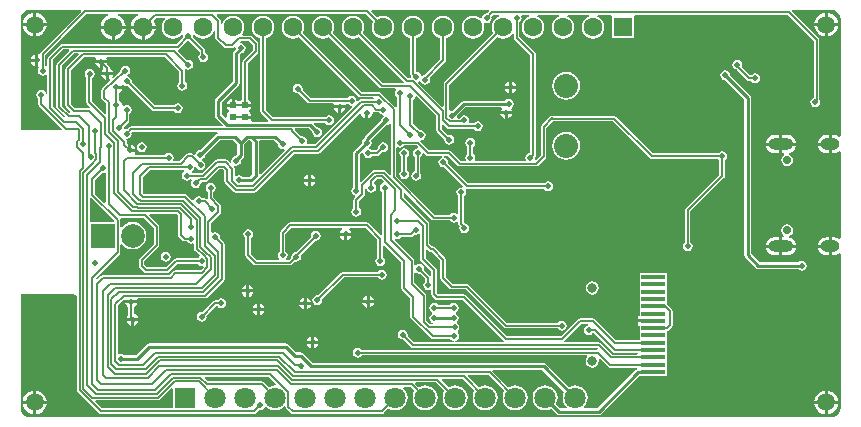
<source format=gbl>
G04*
G04 #@! TF.GenerationSoftware,Altium Limited,Altium Designer,21.8.1 (53)*
G04*
G04 Layer_Physical_Order=2*
G04 Layer_Color=16711680*
%FSLAX24Y24*%
%MOIN*%
G70*
G04*
G04 #@! TF.SameCoordinates,E0417417-2892-4B46-94DD-8EEE6E3CFD50*
G04*
G04*
G04 #@! TF.FilePolarity,Positive*
G04*
G01*
G75*
%ADD13C,0.0100*%
%ADD17C,0.0060*%
%ADD95C,0.0200*%
%ADD96C,0.0709*%
%ADD97R,0.0709X0.0709*%
%ADD98C,0.0315*%
%ADD99R,0.0787X0.0787*%
%ADD100C,0.0787*%
%ADD101R,0.0630X0.0630*%
%ADD102C,0.0630*%
%ADD103C,0.0800*%
%ADD104C,0.0276*%
%ADD105O,0.0630X0.0394*%
%ADD106O,0.0827X0.0394*%
%ADD107C,0.0591*%
%ADD108C,0.0240*%
%ADD109R,0.0787X0.0126*%
G36*
X15738Y13617D02*
X15678Y13558D01*
X15650Y13563D01*
X15588Y13551D01*
X15535Y13515D01*
X15499Y13462D01*
X15490Y13413D01*
X15454Y13393D01*
X15438Y13390D01*
X15389Y13428D01*
X15298Y13465D01*
X15200Y13478D01*
X15102Y13465D01*
X15011Y13428D01*
X14933Y13367D01*
X14872Y13289D01*
X14835Y13198D01*
X14822Y13100D01*
X14835Y13002D01*
X14872Y12911D01*
X14933Y12833D01*
X15011Y12772D01*
X15102Y12735D01*
X15200Y12722D01*
X15298Y12735D01*
X15389Y12772D01*
X15467Y12833D01*
X15528Y12911D01*
X15565Y13002D01*
X15578Y13100D01*
X15565Y13198D01*
X15561Y13207D01*
X15571Y13223D01*
X15599Y13247D01*
X15650Y13237D01*
X15712Y13249D01*
X15765Y13285D01*
X15801Y13338D01*
X15813Y13400D01*
X15808Y13428D01*
X15878Y13498D01*
X16051D01*
X16061Y13448D01*
X16011Y13428D01*
X15933Y13367D01*
X15872Y13289D01*
X15835Y13198D01*
X15822Y13100D01*
X15835Y13002D01*
X15872Y12911D01*
X15876Y12906D01*
X14245Y11275D01*
X14225Y11245D01*
X14218Y11210D01*
Y10458D01*
X14172Y10439D01*
X13377Y11234D01*
X13387Y11290D01*
X13400Y11297D01*
X13449Y11288D01*
X13485Y11235D01*
X13538Y11199D01*
X13600Y11187D01*
X13662Y11199D01*
X13715Y11235D01*
X13751Y11288D01*
X13763Y11350D01*
X13751Y11412D01*
X13747Y11418D01*
X14265Y11935D01*
X14285Y11965D01*
X14292Y12000D01*
Y12734D01*
X14298Y12735D01*
X14389Y12772D01*
X14467Y12833D01*
X14528Y12911D01*
X14565Y13002D01*
X14578Y13100D01*
X14565Y13198D01*
X14528Y13289D01*
X14467Y13367D01*
X14389Y13428D01*
X14298Y13465D01*
X14200Y13478D01*
X14102Y13465D01*
X14011Y13428D01*
X13933Y13367D01*
X13872Y13289D01*
X13835Y13198D01*
X13822Y13100D01*
X13835Y13002D01*
X13872Y12911D01*
X13933Y12833D01*
X14011Y12772D01*
X14102Y12735D01*
X14108Y12734D01*
Y12038D01*
X13579Y11509D01*
X13538Y11501D01*
X13508Y11481D01*
X13453Y11501D01*
X13451Y11512D01*
X13415Y11565D01*
X13362Y11601D01*
X13300Y11613D01*
X13292Y11620D01*
Y12734D01*
X13298Y12735D01*
X13389Y12772D01*
X13467Y12833D01*
X13528Y12911D01*
X13565Y13002D01*
X13578Y13100D01*
X13565Y13198D01*
X13528Y13289D01*
X13467Y13367D01*
X13389Y13428D01*
X13298Y13465D01*
X13200Y13478D01*
X13102Y13465D01*
X13011Y13428D01*
X12933Y13367D01*
X12872Y13289D01*
X12835Y13198D01*
X12822Y13100D01*
X12835Y13002D01*
X12872Y12911D01*
X12933Y12833D01*
X13011Y12772D01*
X13102Y12735D01*
X13108Y12734D01*
Y11550D01*
X13115Y11515D01*
X13135Y11485D01*
X13142Y11478D01*
X13137Y11450D01*
X13141Y11430D01*
X13109Y11392D01*
X13038D01*
X11524Y12906D01*
X11528Y12911D01*
X11565Y13002D01*
X11578Y13100D01*
X11565Y13198D01*
X11528Y13289D01*
X11467Y13367D01*
X11389Y13428D01*
X11298Y13465D01*
X11200Y13478D01*
X11102Y13465D01*
X11011Y13428D01*
X10933Y13367D01*
X10872Y13289D01*
X10835Y13198D01*
X10822Y13100D01*
X10835Y13002D01*
X10872Y12911D01*
X10933Y12833D01*
X11011Y12772D01*
X11102Y12735D01*
X11200Y12722D01*
X11298Y12735D01*
X11389Y12772D01*
X11394Y12776D01*
X12882Y11288D01*
X12863Y11242D01*
X12188D01*
X10524Y12906D01*
X10528Y12911D01*
X10565Y13002D01*
X10578Y13100D01*
X10565Y13198D01*
X10528Y13289D01*
X10467Y13367D01*
X10389Y13428D01*
X10298Y13465D01*
X10200Y13478D01*
X10102Y13465D01*
X10011Y13428D01*
X9933Y13367D01*
X9872Y13289D01*
X9835Y13198D01*
X9822Y13100D01*
X9835Y13002D01*
X9872Y12911D01*
X9933Y12833D01*
X10011Y12772D01*
X10102Y12735D01*
X10200Y12722D01*
X10298Y12735D01*
X10389Y12772D01*
X10394Y12776D01*
X12085Y11085D01*
X12115Y11065D01*
X12150Y11058D01*
X12609D01*
X12622Y11037D01*
X12630Y11008D01*
X12599Y10962D01*
X12587Y10900D01*
X12599Y10838D01*
X12635Y10785D01*
X12658Y10769D01*
Y10465D01*
X12635Y10452D01*
X12608Y10447D01*
X12140Y10915D01*
X12110Y10935D01*
X12075Y10942D01*
X11488D01*
X9524Y12906D01*
X9528Y12911D01*
X9565Y13002D01*
X9578Y13100D01*
X9565Y13198D01*
X9528Y13289D01*
X9467Y13367D01*
X9389Y13428D01*
X9298Y13465D01*
X9200Y13478D01*
X9102Y13465D01*
X9011Y13428D01*
X8933Y13367D01*
X8872Y13289D01*
X8835Y13198D01*
X8822Y13100D01*
X8835Y13002D01*
X8872Y12911D01*
X8933Y12833D01*
X9011Y12772D01*
X9102Y12735D01*
X9200Y12722D01*
X9298Y12735D01*
X9389Y12772D01*
X9394Y12776D01*
X11385Y10785D01*
X11415Y10765D01*
X11450Y10758D01*
X11861D01*
X11881Y10736D01*
X11888Y10708D01*
X11880Y10702D01*
X11460D01*
X11425Y10695D01*
X11395Y10675D01*
X11362Y10642D01*
X11343Y10645D01*
X11311Y10661D01*
X11301Y10712D01*
X11265Y10765D01*
X11212Y10801D01*
X11150Y10813D01*
X11088Y10801D01*
X11035Y10765D01*
X11019Y10742D01*
X9788D01*
X9508Y11022D01*
X9513Y11050D01*
X9501Y11112D01*
X9465Y11165D01*
X9412Y11201D01*
X9350Y11213D01*
X9288Y11201D01*
X9235Y11165D01*
X9199Y11112D01*
X9187Y11050D01*
X9199Y10988D01*
X9235Y10935D01*
X9288Y10899D01*
X9350Y10887D01*
X9378Y10892D01*
X9685Y10585D01*
X9715Y10565D01*
X9750Y10558D01*
X10526D01*
X10558Y10508D01*
X10556Y10500D01*
X10944D01*
X10942Y10508D01*
X10972Y10556D01*
X11020Y10556D01*
X11035Y10535D01*
X11088Y10499D01*
X11139Y10489D01*
X11155Y10457D01*
X11158Y10438D01*
X9912Y9192D01*
X9673D01*
X9653Y9230D01*
X9652Y9242D01*
X9663Y9300D01*
X9651Y9362D01*
X9615Y9415D01*
X9562Y9451D01*
X9500Y9463D01*
X9472Y9458D01*
X9252Y9678D01*
X9273Y9728D01*
X9714D01*
X9838Y9604D01*
X9837Y9600D01*
X9849Y9538D01*
X9885Y9485D01*
X9938Y9449D01*
X10000Y9437D01*
X10062Y9449D01*
X10115Y9485D01*
X10151Y9538D01*
X10163Y9600D01*
X10151Y9662D01*
X10115Y9715D01*
X10062Y9751D01*
X10000Y9763D01*
X9996Y9762D01*
X9887Y9871D01*
X9908Y9921D01*
X10260D01*
X10285Y9885D01*
X10338Y9849D01*
X10400Y9837D01*
X10462Y9849D01*
X10515Y9885D01*
X10551Y9938D01*
X10563Y10000D01*
X10551Y10062D01*
X10515Y10115D01*
X10462Y10151D01*
X10400Y10163D01*
X10338Y10151D01*
X10285Y10115D01*
X10278Y10105D01*
X8525D01*
X8292Y10338D01*
Y12734D01*
X8298Y12735D01*
X8389Y12772D01*
X8467Y12833D01*
X8528Y12911D01*
X8565Y13002D01*
X8578Y13100D01*
X8565Y13198D01*
X8528Y13289D01*
X8467Y13367D01*
X8389Y13428D01*
X8298Y13465D01*
X8200Y13478D01*
X8102Y13465D01*
X8011Y13428D01*
X7933Y13367D01*
X7872Y13289D01*
X7835Y13198D01*
X7822Y13100D01*
X7835Y13002D01*
X7872Y12911D01*
X7933Y12833D01*
X8011Y12772D01*
X8102Y12735D01*
X8108Y12734D01*
Y10300D01*
X8115Y10265D01*
X8135Y10235D01*
X8372Y9998D01*
X8353Y9952D01*
X7814D01*
X7790Y9996D01*
X7804Y10017D01*
X7811Y10053D01*
X7597D01*
Y10153D01*
X7811D01*
X7804Y10189D01*
X7756Y10262D01*
X7736Y10275D01*
Y10325D01*
X7756Y10338D01*
X7804Y10411D01*
X7811Y10447D01*
X7597D01*
Y10547D01*
X7811D01*
X7804Y10583D01*
X7756Y10656D01*
X7689Y10700D01*
Y11909D01*
X8015Y12235D01*
X8035Y12265D01*
X8042Y12300D01*
Y12550D01*
X8035Y12585D01*
X8015Y12615D01*
X7840Y12790D01*
X7810Y12810D01*
X7775Y12817D01*
X7518D01*
X7494Y12867D01*
X7528Y12911D01*
X7565Y13002D01*
X7578Y13100D01*
X7565Y13198D01*
X7528Y13289D01*
X7467Y13367D01*
X7389Y13428D01*
X7298Y13465D01*
X7200Y13478D01*
X7102Y13465D01*
X7011Y13428D01*
X6933Y13367D01*
X6872Y13289D01*
X6842Y13215D01*
X6792Y13225D01*
Y13315D01*
X6785Y13350D01*
X6765Y13380D01*
X6658Y13487D01*
X6677Y13533D01*
X11637D01*
X11876Y13294D01*
X11872Y13289D01*
X11835Y13198D01*
X11822Y13100D01*
X11835Y13002D01*
X11872Y12911D01*
X11933Y12833D01*
X12011Y12772D01*
X12102Y12735D01*
X12200Y12722D01*
X12298Y12735D01*
X12389Y12772D01*
X12467Y12833D01*
X12528Y12911D01*
X12565Y13002D01*
X12578Y13100D01*
X12565Y13198D01*
X12528Y13289D01*
X12467Y13367D01*
X12389Y13428D01*
X12298Y13465D01*
X12200Y13478D01*
X12102Y13465D01*
X12011Y13428D01*
X12006Y13424D01*
X11809Y13621D01*
X11828Y13667D01*
X15717D01*
X15738Y13617D01*
D02*
G37*
G36*
X4041Y13483D02*
X3991Y13462D01*
X3904Y13396D01*
X3838Y13309D01*
X3796Y13208D01*
X3788Y13150D01*
X4200D01*
X4612D01*
X4604Y13208D01*
X4562Y13309D01*
X4552Y13323D01*
X4643Y13413D01*
X4917D01*
X4923Y13396D01*
X4929Y13363D01*
X4872Y13289D01*
X4835Y13198D01*
X4822Y13100D01*
X4835Y13002D01*
X4872Y12911D01*
X4933Y12833D01*
X5011Y12772D01*
X5102Y12735D01*
X5200Y12722D01*
X5298Y12735D01*
X5389Y12772D01*
X5467Y12833D01*
X5492Y12864D01*
X5498Y12863D01*
X5538Y12807D01*
X5537Y12800D01*
X5542Y12772D01*
X5312Y12542D01*
X1500D01*
X1465Y12535D01*
X1435Y12515D01*
X1035Y12115D01*
X1015Y12085D01*
X1008Y12050D01*
Y11827D01*
X1007Y11825D01*
X958Y11802D01*
X942Y11816D01*
Y12162D01*
X2313Y13533D01*
X3031D01*
X3041Y13483D01*
X2991Y13462D01*
X2904Y13396D01*
X2838Y13309D01*
X2796Y13208D01*
X2788Y13150D01*
X3200D01*
X3612D01*
X3604Y13208D01*
X3562Y13309D01*
X3496Y13396D01*
X3409Y13462D01*
X3359Y13483D01*
X3369Y13533D01*
X4031D01*
X4041Y13483D01*
D02*
G37*
G36*
X16558Y12869D02*
Y12750D01*
X16565Y12715D01*
X16585Y12685D01*
X17108Y12162D01*
Y8920D01*
X17100Y8913D01*
X17038Y8901D01*
X16985Y8865D01*
X16949Y8812D01*
X16937Y8750D01*
X16948Y8692D01*
X16947Y8680D01*
X16927Y8642D01*
X15273D01*
X15253Y8680D01*
X15252Y8692D01*
X15263Y8750D01*
X15251Y8812D01*
X15215Y8865D01*
X15192Y8881D01*
Y9119D01*
X15215Y9135D01*
X15251Y9188D01*
X15263Y9250D01*
X15251Y9312D01*
X15215Y9365D01*
X15162Y9401D01*
X15100Y9413D01*
X15038Y9401D01*
X14985Y9365D01*
X14949Y9312D01*
X14937Y9250D01*
X14949Y9188D01*
X14985Y9135D01*
X15008Y9119D01*
Y8881D01*
X14985Y8865D01*
X14949Y8812D01*
X14937Y8750D01*
X14948Y8692D01*
X14947Y8680D01*
X14927Y8642D01*
X14788D01*
X14465Y8965D01*
X14435Y8985D01*
X14400Y8992D01*
X13738D01*
X13442Y9288D01*
X13445Y9307D01*
X13461Y9339D01*
X13512Y9349D01*
X13565Y9385D01*
X13601Y9438D01*
X13613Y9500D01*
X13601Y9562D01*
X13565Y9615D01*
X13512Y9651D01*
X13450Y9663D01*
X13422Y9658D01*
X13192Y9888D01*
Y10669D01*
X13215Y10685D01*
X13251Y10738D01*
X13261Y10789D01*
X13293Y10805D01*
X13312Y10808D01*
X13978Y10142D01*
Y9680D01*
X13985Y9645D01*
X14005Y9615D01*
X14242Y9378D01*
X14237Y9350D01*
X14249Y9288D01*
X14285Y9235D01*
X14338Y9199D01*
X14400Y9187D01*
X14462Y9199D01*
X14515Y9235D01*
X14551Y9288D01*
X14563Y9350D01*
X14551Y9412D01*
X14515Y9465D01*
X14462Y9501D01*
X14400Y9513D01*
X14372Y9508D01*
X14162Y9718D01*
Y9843D01*
X14208Y9862D01*
X14335Y9735D01*
X14365Y9715D01*
X14400Y9708D01*
X15219D01*
X15235Y9685D01*
X15288Y9649D01*
X15350Y9637D01*
X15412Y9649D01*
X15465Y9685D01*
X15501Y9738D01*
X15513Y9800D01*
X15501Y9862D01*
X15465Y9915D01*
X15412Y9951D01*
X15350Y9963D01*
X15288Y9951D01*
X15235Y9915D01*
X15219Y9892D01*
X15073D01*
X15053Y9930D01*
X15052Y9942D01*
X15063Y10000D01*
X15051Y10062D01*
X15015Y10115D01*
X14962Y10151D01*
X14900Y10163D01*
X14838Y10151D01*
X14785Y10115D01*
X14749Y10062D01*
X14747Y10052D01*
X14682D01*
X14654Y10102D01*
X14663Y10150D01*
X14662Y10154D01*
X14939Y10431D01*
X16127D01*
X16147Y10381D01*
X16112Y10328D01*
X16106Y10300D01*
X16494D01*
X16488Y10328D01*
X16474Y10349D01*
X16490Y10416D01*
X16507Y10428D01*
X16542Y10480D01*
X16555Y10543D01*
X16542Y10605D01*
X16507Y10658D01*
X16454Y10694D01*
X16391Y10706D01*
X16329Y10694D01*
X16276Y10658D01*
X16274Y10655D01*
X14893D01*
X14893Y10655D01*
X14850Y10647D01*
X14814Y10622D01*
X14814Y10622D01*
X14504Y10312D01*
X14500Y10313D01*
X14452Y10304D01*
X14402Y10332D01*
Y11172D01*
X16006Y12776D01*
X16011Y12772D01*
X16102Y12735D01*
X16200Y12722D01*
X16298Y12735D01*
X16389Y12772D01*
X16467Y12833D01*
X16508Y12886D01*
X16558Y12869D01*
D02*
G37*
G36*
X6608Y12975D02*
Y12754D01*
X6615Y12719D01*
X6635Y12689D01*
X6889Y12435D01*
X6919Y12415D01*
X6954Y12408D01*
X7173D01*
X7208Y12415D01*
X7238Y12435D01*
X7242Y12439D01*
X7284Y12418D01*
X7289Y12371D01*
X7221Y12302D01*
X7196Y12266D01*
X7188Y12223D01*
X7188Y12223D01*
Y11296D01*
X6621Y10729D01*
X6596Y10693D01*
X6588Y10650D01*
X6588Y10650D01*
Y10150D01*
X6588Y10150D01*
X6596Y10107D01*
X6621Y10071D01*
X6853Y9838D01*
X6834Y9792D01*
X3800D01*
X3765Y9785D01*
X3735Y9765D01*
X3678Y9708D01*
X3650Y9713D01*
X3609Y9705D01*
X3568Y9735D01*
X3562Y9783D01*
X3715Y9935D01*
X3735Y9965D01*
X3742Y10000D01*
Y10219D01*
X3765Y10235D01*
X3801Y10288D01*
X3813Y10350D01*
X3801Y10412D01*
X3765Y10465D01*
X3712Y10501D01*
X3650Y10513D01*
X3588Y10501D01*
X3550Y10476D01*
X3514Y10495D01*
X3504Y10502D01*
X3488Y10578D01*
X3444Y10644D01*
X3392Y10679D01*
Y10921D01*
X3444Y10956D01*
X3488Y11022D01*
X3494Y11050D01*
X3300D01*
Y11150D01*
X3494D01*
X3492Y11158D01*
X3523Y11177D01*
X3539Y11182D01*
X3588Y11149D01*
X3650Y11137D01*
X3678Y11142D01*
X4485Y10335D01*
X4515Y10315D01*
X4550Y10308D01*
X5219D01*
X5235Y10285D01*
X5288Y10249D01*
X5350Y10237D01*
X5412Y10249D01*
X5465Y10285D01*
X5501Y10338D01*
X5513Y10400D01*
X5501Y10462D01*
X5465Y10515D01*
X5412Y10551D01*
X5350Y10563D01*
X5288Y10551D01*
X5235Y10515D01*
X5219Y10492D01*
X4588D01*
X3808Y11272D01*
X3813Y11300D01*
X3801Y11362D01*
X3765Y11415D01*
X3712Y11451D01*
X3684Y11456D01*
X3677Y11509D01*
X3715Y11535D01*
X3751Y11588D01*
X3763Y11650D01*
X3751Y11712D01*
X3715Y11765D01*
X3662Y11801D01*
X3600Y11813D01*
X3538Y11801D01*
X3485Y11765D01*
X3449Y11712D01*
X3437Y11650D01*
X3441Y11628D01*
X3208Y11411D01*
X3170Y11444D01*
X3188Y11472D01*
X3194Y11500D01*
X3050D01*
Y11356D01*
X3078Y11362D01*
X3089Y11369D01*
X3120Y11330D01*
X2838Y11067D01*
X2837Y11066D01*
X2835Y11065D01*
X2826Y11051D01*
X2817Y11038D01*
X2816Y11037D01*
X2815Y11035D01*
X2812Y11019D01*
X2808Y11003D01*
X2809Y11002D01*
X2808Y11000D01*
Y10750D01*
X2815Y10715D01*
X2835Y10685D01*
X2958Y10562D01*
Y10237D01*
X2912Y10218D01*
X2492Y10638D01*
Y11402D01*
X2540Y11435D01*
X2576Y11488D01*
X2588Y11550D01*
X2576Y11612D01*
X2540Y11665D01*
X2487Y11701D01*
X2425Y11713D01*
X2363Y11701D01*
X2310Y11665D01*
X2274Y11612D01*
X2262Y11550D01*
X2274Y11488D01*
X2308Y11437D01*
Y10600D01*
X2315Y10565D01*
X2335Y10535D01*
X2434Y10436D01*
X2410Y10390D01*
X2400Y10392D01*
X1938D01*
X1792Y10538D01*
Y11662D01*
X2238Y12108D01*
X2605D01*
X2632Y12058D01*
X2612Y12028D01*
X2606Y12000D01*
X2994D01*
X2988Y12028D01*
X2968Y12058D01*
X2995Y12108D01*
X4912D01*
X5408Y11612D01*
Y11281D01*
X5385Y11265D01*
X5349Y11212D01*
X5337Y11150D01*
X5349Y11088D01*
X5385Y11035D01*
X5438Y10999D01*
X5500Y10987D01*
X5562Y10999D01*
X5615Y11035D01*
X5651Y11088D01*
X5663Y11150D01*
X5651Y11212D01*
X5615Y11265D01*
X5592Y11281D01*
Y11650D01*
X5587Y11673D01*
X5605Y11693D01*
X5614Y11699D01*
X5628Y11706D01*
X5638Y11699D01*
X5700Y11687D01*
X5762Y11699D01*
X5815Y11735D01*
X5851Y11788D01*
X5863Y11850D01*
X5851Y11912D01*
X5815Y11965D01*
X5762Y12001D01*
X5700Y12013D01*
X5672Y12008D01*
X5369Y12311D01*
X5385Y12365D01*
X5415Y12385D01*
X5672Y12642D01*
X5700Y12637D01*
X5728Y12642D01*
X6081Y12289D01*
Y12211D01*
X6049Y12162D01*
X6037Y12100D01*
X6049Y12038D01*
X6085Y11985D01*
X6138Y11949D01*
X6200Y11937D01*
X6262Y11949D01*
X6315Y11985D01*
X6351Y12038D01*
X6363Y12100D01*
X6351Y12162D01*
X6315Y12215D01*
X6265Y12249D01*
Y12327D01*
X6258Y12362D01*
X6238Y12392D01*
X5858Y12772D01*
X5863Y12800D01*
X5862Y12807D01*
X5902Y12863D01*
X5908Y12864D01*
X5933Y12833D01*
X6011Y12772D01*
X6102Y12735D01*
X6200Y12722D01*
X6298Y12735D01*
X6389Y12772D01*
X6467Y12833D01*
X6528Y12911D01*
X6558Y12985D01*
X6608Y12975D01*
D02*
G37*
G36*
X2141Y13621D02*
X785Y12265D01*
X765Y12235D01*
X763Y12225D01*
X736Y12197D01*
X708Y12192D01*
X700Y12194D01*
Y12000D01*
Y11806D01*
X708Y11808D01*
X727Y11777D01*
X732Y11761D01*
X699Y11712D01*
X687Y11650D01*
X699Y11588D01*
X735Y11535D01*
X788Y11499D01*
X850Y11487D01*
X912Y11499D01*
X958Y11530D01*
X987Y11522D01*
X1008Y11509D01*
Y10880D01*
X958Y10875D01*
X951Y10912D01*
X915Y10965D01*
X862Y11001D01*
X800Y11013D01*
X738Y11001D01*
X685Y10965D01*
X649Y10912D01*
X637Y10850D01*
X649Y10788D01*
X685Y10735D01*
X708Y10719D01*
Y10550D01*
X715Y10515D01*
X735Y10485D01*
X1499Y9722D01*
X1480Y9675D01*
X112D01*
Y13386D01*
X113D01*
X122Y13459D01*
X150Y13526D01*
X195Y13585D01*
X253Y13629D01*
X321Y13657D01*
X394Y13667D01*
Y13667D01*
X2122D01*
X2141Y13621D01*
D02*
G37*
G36*
X7858Y12512D02*
Y12338D01*
X7532Y12012D01*
X7512Y11982D01*
X7505Y11947D01*
Y10700D01*
X7438Y10656D01*
X7425Y10636D01*
X7375D01*
X7362Y10656D01*
X7289Y10704D01*
X7253Y10711D01*
Y10497D01*
X7203D01*
Y10447D01*
X6989D01*
X6996Y10411D01*
X7045Y10338D01*
X7064Y10325D01*
Y10275D01*
X7045Y10262D01*
X6996Y10189D01*
X6979Y10103D01*
X6980Y10100D01*
X6934Y10075D01*
X6812Y10196D01*
Y10604D01*
X7379Y11171D01*
X7379Y11171D01*
X7404Y11207D01*
X7412Y11250D01*
X7412Y11250D01*
Y12176D01*
X7478Y12242D01*
X7512Y12249D01*
X7565Y12285D01*
X7601Y12338D01*
X7613Y12400D01*
X7601Y12462D01*
X7565Y12515D01*
X7512Y12551D01*
X7456Y12562D01*
X7441Y12584D01*
X7430Y12610D01*
X7448Y12633D01*
X7737D01*
X7858Y12512D01*
D02*
G37*
G36*
X27165Y13667D02*
X27238Y13657D01*
X27306Y13629D01*
X27364Y13585D01*
X27409Y13526D01*
X27437Y13459D01*
X27446Y13386D01*
X27447D01*
Y9465D01*
X27397Y9440D01*
X27371Y9460D01*
X27299Y9490D01*
X27221Y9500D01*
X27153D01*
Y9201D01*
Y8901D01*
X27221D01*
X27299Y8912D01*
X27371Y8941D01*
X27397Y8962D01*
X27447Y8937D01*
Y6063D01*
X27397Y6038D01*
X27371Y6059D01*
X27299Y6088D01*
X27221Y6099D01*
X27153D01*
Y5799D01*
Y5500D01*
X27221D01*
X27299Y5510D01*
X27371Y5540D01*
X27397Y5560D01*
X27447Y5535D01*
Y394D01*
X27446D01*
X27437Y321D01*
X27409Y253D01*
X27364Y195D01*
X27306Y150D01*
X27238Y122D01*
X27165Y113D01*
Y112D01*
X394D01*
Y113D01*
X321Y122D01*
X253Y150D01*
X195Y195D01*
X150Y253D01*
X122Y321D01*
X113Y394D01*
X112D01*
Y4210D01*
X1860D01*
X1906Y4195D01*
X1941Y4160D01*
X1988Y4137D01*
Y1000D01*
X1995Y965D01*
X2015Y935D01*
X2715Y235D01*
X2745Y215D01*
X2780Y208D01*
X7900D01*
X7935Y215D01*
X7965Y235D01*
X8072Y342D01*
X8100Y337D01*
X8162Y349D01*
X8215Y385D01*
X8251Y438D01*
X8251Y441D01*
X8304Y454D01*
X8391Y388D01*
X8492Y346D01*
X8600Y332D01*
X8708Y346D01*
X8809Y388D01*
X8895Y454D01*
X8905Y467D01*
X8953Y451D01*
Y444D01*
X8960Y409D01*
X8979Y379D01*
X9124Y235D01*
X9154Y215D01*
X9189Y208D01*
X12150D01*
X12185Y215D01*
X12215Y235D01*
X12378Y398D01*
X12391Y388D01*
X12492Y346D01*
X12600Y332D01*
X12708Y346D01*
X12809Y388D01*
X12895Y454D01*
X12962Y541D01*
X13004Y642D01*
X13018Y750D01*
X13004Y858D01*
X12962Y959D01*
X12895Y1045D01*
X12875Y1061D01*
X12892Y1108D01*
X13112D01*
X13248Y972D01*
X13238Y959D01*
X13196Y858D01*
X13182Y750D01*
X13196Y642D01*
X13238Y541D01*
X13305Y454D01*
X13391Y388D01*
X13492Y346D01*
X13600Y332D01*
X13708Y346D01*
X13809Y388D01*
X13895Y454D01*
X13962Y541D01*
X14004Y642D01*
X14018Y750D01*
X14004Y858D01*
X13962Y959D01*
X13895Y1045D01*
X13809Y1112D01*
X13708Y1154D01*
X13600Y1168D01*
X13492Y1154D01*
X13391Y1112D01*
X13378Y1102D01*
X13268Y1212D01*
X13287Y1258D01*
X13962D01*
X14248Y972D01*
X14238Y959D01*
X14196Y858D01*
X14182Y750D01*
X14196Y642D01*
X14238Y541D01*
X14304Y454D01*
X14391Y388D01*
X14492Y346D01*
X14600Y332D01*
X14708Y346D01*
X14809Y388D01*
X14895Y454D01*
X14962Y541D01*
X15004Y642D01*
X15018Y750D01*
X15004Y858D01*
X14962Y959D01*
X14895Y1045D01*
X14809Y1112D01*
X14708Y1154D01*
X14600Y1168D01*
X14492Y1154D01*
X14391Y1112D01*
X14378Y1102D01*
X14148Y1332D01*
X14167Y1378D01*
X14842D01*
X15248Y972D01*
X15238Y959D01*
X15196Y858D01*
X15182Y750D01*
X15196Y642D01*
X15238Y541D01*
X15304Y454D01*
X15391Y388D01*
X15492Y346D01*
X15600Y332D01*
X15708Y346D01*
X15809Y388D01*
X15896Y454D01*
X15962Y541D01*
X16004Y642D01*
X16018Y750D01*
X16004Y858D01*
X15962Y959D01*
X15896Y1045D01*
X15809Y1112D01*
X15708Y1154D01*
X15600Y1168D01*
X15492Y1154D01*
X15391Y1112D01*
X15378Y1102D01*
X15018Y1462D01*
X15037Y1508D01*
X15712D01*
X16248Y972D01*
X16238Y959D01*
X16196Y858D01*
X16182Y750D01*
X16196Y642D01*
X16238Y541D01*
X16305Y454D01*
X16391Y388D01*
X16492Y346D01*
X16600Y332D01*
X16708Y346D01*
X16809Y388D01*
X16896Y454D01*
X16962Y541D01*
X17004Y642D01*
X17018Y750D01*
X17004Y858D01*
X16962Y959D01*
X16896Y1045D01*
X16809Y1112D01*
X16708Y1154D01*
X16600Y1168D01*
X16492Y1154D01*
X16391Y1112D01*
X16378Y1102D01*
X15842Y1638D01*
X15863Y1688D01*
X17504D01*
X18236Y955D01*
X18196Y858D01*
X18182Y750D01*
X18196Y642D01*
X18238Y541D01*
X18305Y454D01*
X18317Y445D01*
X18301Y398D01*
X18111D01*
X17964Y545D01*
X18004Y642D01*
X18018Y750D01*
X18004Y858D01*
X17962Y959D01*
X17895Y1045D01*
X17809Y1112D01*
X17708Y1154D01*
X17600Y1168D01*
X17492Y1154D01*
X17391Y1112D01*
X17305Y1045D01*
X17238Y959D01*
X17196Y858D01*
X17182Y750D01*
X17196Y642D01*
X17238Y541D01*
X17305Y454D01*
X17391Y388D01*
X17492Y346D01*
X17600Y332D01*
X17708Y346D01*
X17805Y386D01*
X17985Y206D01*
X17985Y206D01*
X18021Y182D01*
X18064Y174D01*
X18064Y174D01*
X19386D01*
X19386Y174D01*
X19429Y182D01*
X19465Y206D01*
X20710Y1451D01*
X20746Y1480D01*
Y1480D01*
X20746Y1480D01*
X21654D01*
Y1726D01*
X21654D01*
Y1968D01*
X21654D01*
Y2214D01*
X21654D01*
Y2701D01*
X21654D01*
Y2976D01*
X21668D01*
X21703Y2983D01*
X21733Y3003D01*
X21824Y3094D01*
X21844Y3124D01*
X21851Y3159D01*
Y3641D01*
X21844Y3676D01*
X21824Y3706D01*
X21665Y3865D01*
X21654Y3872D01*
Y4165D01*
Y4655D01*
X21654D01*
Y4899D01*
X20746D01*
Y4653D01*
X20746D01*
Y4409D01*
Y3921D01*
Y3475D01*
X20706D01*
Y3362D01*
X21200D01*
Y3262D01*
X20706D01*
Y3149D01*
X20746D01*
Y2702D01*
X20746D01*
Y2671D01*
X19959D01*
X19265Y3365D01*
X19235Y3385D01*
X19200Y3392D01*
X19120D01*
X19120Y3392D01*
X18750D01*
X18715Y3385D01*
X18685Y3365D01*
X18112Y2792D01*
X16338D01*
X14965Y4165D01*
X14935Y4185D01*
X14900Y4192D01*
X14038D01*
X13992Y4238D01*
Y5000D01*
X13985Y5035D01*
X13965Y5065D01*
X13622Y5408D01*
Y5683D01*
X13668Y5702D01*
X13735Y5635D01*
X13765Y5615D01*
X13800Y5608D01*
X13812D01*
X14108Y5312D01*
Y4750D01*
X14115Y4715D01*
X14135Y4685D01*
X14435Y4385D01*
X14465Y4365D01*
X14500Y4358D01*
X14962D01*
X16235Y3085D01*
X16265Y3065D01*
X16300Y3058D01*
X18019D01*
X18035Y3035D01*
X18088Y2999D01*
X18150Y2987D01*
X18212Y2999D01*
X18265Y3035D01*
X18301Y3088D01*
X18313Y3150D01*
X18301Y3212D01*
X18265Y3265D01*
X18212Y3301D01*
X18150Y3313D01*
X18088Y3301D01*
X18035Y3265D01*
X18019Y3242D01*
X16338D01*
X15065Y4515D01*
X15035Y4535D01*
X15000Y4542D01*
X14538D01*
X14292Y4788D01*
Y5350D01*
X14285Y5385D01*
X14265Y5415D01*
X13915Y5765D01*
X13885Y5785D01*
X13850Y5792D01*
X13838D01*
X13742Y5888D01*
Y6550D01*
X13735Y6585D01*
X13715Y6615D01*
X12894Y7436D01*
Y7561D01*
X12940Y7580D01*
X13835Y6685D01*
X13865Y6665D01*
X13900Y6658D01*
X14419D01*
X14435Y6635D01*
X14488Y6599D01*
X14550Y6587D01*
X14612Y6599D01*
X14658Y6630D01*
X14687Y6622D01*
X14708Y6609D01*
Y6538D01*
X14715Y6503D01*
X14735Y6473D01*
X14749Y6459D01*
X14737Y6400D01*
X14749Y6338D01*
X14785Y6285D01*
X14838Y6249D01*
X14900Y6237D01*
X14962Y6249D01*
X15015Y6285D01*
X15051Y6338D01*
X15063Y6400D01*
X15051Y6462D01*
X15015Y6515D01*
X14962Y6551D01*
X14906Y6562D01*
X14892Y6576D01*
Y7469D01*
X14915Y7485D01*
X14951Y7538D01*
X14963Y7600D01*
X14951Y7662D01*
X14944Y7672D01*
X14948Y7681D01*
X14977Y7713D01*
X15000Y7708D01*
X17569D01*
X17585Y7685D01*
X17638Y7649D01*
X17700Y7637D01*
X17762Y7649D01*
X17815Y7685D01*
X17851Y7738D01*
X17863Y7800D01*
X17851Y7862D01*
X17815Y7915D01*
X17762Y7951D01*
X17700Y7963D01*
X17638Y7951D01*
X17585Y7915D01*
X17569Y7892D01*
X15038D01*
X14358Y8572D01*
X14363Y8600D01*
X14351Y8662D01*
X14315Y8715D01*
X14262Y8751D01*
X14225Y8758D01*
X14230Y8808D01*
X14362D01*
X14685Y8485D01*
X14715Y8465D01*
X14750Y8458D01*
X17300D01*
X17335Y8465D01*
X17365Y8485D01*
X17615Y8735D01*
X17635Y8765D01*
X17642Y8800D01*
Y9742D01*
X17858Y9958D01*
X19862D01*
X21085Y8735D01*
X21115Y8715D01*
X21150Y8708D01*
X23369D01*
X23385Y8685D01*
X23408Y8669D01*
Y8188D01*
X22285Y7065D01*
X22265Y7035D01*
X22258Y7000D01*
Y5931D01*
X22235Y5915D01*
X22199Y5862D01*
X22187Y5800D01*
X22199Y5738D01*
X22235Y5685D01*
X22288Y5649D01*
X22350Y5637D01*
X22412Y5649D01*
X22465Y5685D01*
X22501Y5738D01*
X22513Y5800D01*
X22501Y5862D01*
X22465Y5915D01*
X22442Y5931D01*
Y6962D01*
X23565Y8085D01*
X23585Y8115D01*
X23592Y8150D01*
Y8669D01*
X23615Y8685D01*
X23651Y8738D01*
X23663Y8800D01*
X23651Y8862D01*
X23615Y8915D01*
X23562Y8951D01*
X23500Y8963D01*
X23438Y8951D01*
X23385Y8915D01*
X23369Y8892D01*
X21188D01*
X19965Y10115D01*
X19935Y10135D01*
X19900Y10142D01*
X17882D01*
X17870Y10150D01*
X17835Y10157D01*
X17800Y10150D01*
X17770Y10130D01*
X17485Y9845D01*
X17465Y9815D01*
X17458Y9780D01*
Y8838D01*
X17300Y8680D01*
X17254Y8705D01*
X17263Y8750D01*
X17258Y8778D01*
X17265Y8785D01*
X17285Y8815D01*
X17292Y8850D01*
Y12200D01*
X17285Y12235D01*
X17265Y12265D01*
X16742Y12788D01*
Y13269D01*
X16765Y13285D01*
X16801Y13338D01*
X16813Y13400D01*
X16804Y13448D01*
X16832Y13498D01*
X17051D01*
X17061Y13448D01*
X17011Y13428D01*
X16933Y13367D01*
X16872Y13289D01*
X16835Y13198D01*
X16822Y13100D01*
X16835Y13002D01*
X16872Y12911D01*
X16933Y12833D01*
X17011Y12772D01*
X17102Y12735D01*
X17200Y12722D01*
X17298Y12735D01*
X17389Y12772D01*
X17467Y12833D01*
X17528Y12911D01*
X17565Y13002D01*
X17578Y13100D01*
X17565Y13198D01*
X17528Y13289D01*
X17467Y13367D01*
X17389Y13428D01*
X17339Y13448D01*
X17349Y13498D01*
X18051D01*
X18061Y13448D01*
X18011Y13428D01*
X17933Y13367D01*
X17872Y13289D01*
X17835Y13198D01*
X17822Y13100D01*
X17835Y13002D01*
X17872Y12911D01*
X17933Y12833D01*
X18011Y12772D01*
X18102Y12735D01*
X18200Y12722D01*
X18298Y12735D01*
X18389Y12772D01*
X18467Y12833D01*
X18528Y12911D01*
X18565Y13002D01*
X18578Y13100D01*
X18565Y13198D01*
X18528Y13289D01*
X18467Y13367D01*
X18389Y13428D01*
X18339Y13448D01*
X18349Y13498D01*
X19051D01*
X19061Y13448D01*
X19011Y13428D01*
X18933Y13367D01*
X18872Y13289D01*
X18835Y13198D01*
X18822Y13100D01*
X18835Y13002D01*
X18872Y12911D01*
X18933Y12833D01*
X19011Y12772D01*
X19102Y12735D01*
X19200Y12722D01*
X19298Y12735D01*
X19389Y12772D01*
X19467Y12833D01*
X19528Y12911D01*
X19565Y13002D01*
X19578Y13100D01*
X19565Y13198D01*
X19528Y13289D01*
X19467Y13367D01*
X19389Y13428D01*
X19339Y13448D01*
X19349Y13498D01*
X19785D01*
X19825Y13475D01*
X19825Y13448D01*
Y12725D01*
X20575D01*
Y13448D01*
X20575Y13475D01*
X20615Y13498D01*
X25682D01*
X26558Y12622D01*
Y10755D01*
X26538Y10751D01*
X26485Y10715D01*
X26449Y10662D01*
X26437Y10600D01*
X26449Y10538D01*
X26485Y10485D01*
X26538Y10449D01*
X26600Y10437D01*
X26662Y10449D01*
X26715Y10485D01*
X26751Y10538D01*
X26763Y10600D01*
X26751Y10662D01*
X26742Y10676D01*
Y12660D01*
X26735Y12695D01*
X26715Y12725D01*
X25822Y13617D01*
X25843Y13667D01*
X27165D01*
Y13667D01*
D02*
G37*
G36*
X2052Y12182D02*
X1635Y11765D01*
X1615Y11735D01*
X1608Y11700D01*
Y10500D01*
X1615Y10465D01*
X1635Y10435D01*
X1772Y10299D01*
X1755Y10244D01*
X1739Y10241D01*
X1492Y10488D01*
Y11812D01*
X1908Y12228D01*
X2033D01*
X2052Y12182D01*
D02*
G37*
G36*
X1732Y12312D02*
X1335Y11915D01*
X1315Y11885D01*
X1308Y11850D01*
Y10450D01*
X1315Y10415D01*
X1335Y10385D01*
X1586Y10134D01*
X1570Y10080D01*
X1569Y10080D01*
X1192Y10458D01*
Y12012D01*
X1538Y12358D01*
X1713D01*
X1732Y12312D01*
D02*
G37*
G36*
X11905Y10285D02*
X11935Y10265D01*
X11970Y10258D01*
X12069D01*
X12085Y10235D01*
X12138Y10199D01*
X12200Y10187D01*
X12202Y10187D01*
X12222Y10140D01*
X12185Y10115D01*
X12149Y10062D01*
X12137Y10000D01*
X12138Y9996D01*
X11590Y9448D01*
X11566Y9412D01*
X11560Y9382D01*
X11535Y9365D01*
X11499Y9312D01*
X11487Y9250D01*
X11488Y9246D01*
X11221Y8979D01*
X11196Y8943D01*
X11188Y8900D01*
X11188Y8900D01*
Y7767D01*
X11185Y7765D01*
X11149Y7712D01*
X11137Y7650D01*
X11149Y7588D01*
X11185Y7535D01*
X11238Y7499D01*
X11247Y7497D01*
X11263Y7443D01*
X11235Y7415D01*
X11215Y7385D01*
X11208Y7350D01*
Y7081D01*
X11185Y7065D01*
X11149Y7012D01*
X11137Y6950D01*
X11149Y6888D01*
X11185Y6835D01*
X11238Y6799D01*
X11300Y6787D01*
X11362Y6799D01*
X11415Y6835D01*
X11451Y6888D01*
X11463Y6950D01*
X11451Y7012D01*
X11415Y7065D01*
X11392Y7081D01*
Y7312D01*
X11565Y7485D01*
X11585Y7515D01*
X11592Y7550D01*
Y7720D01*
X11642Y7725D01*
X11649Y7688D01*
X11685Y7635D01*
X11738Y7599D01*
X11800Y7587D01*
X11862Y7599D01*
X11915Y7635D01*
X11951Y7688D01*
X11963Y7750D01*
X11951Y7812D01*
X11915Y7865D01*
X11892Y7881D01*
Y7942D01*
X11988Y8038D01*
X12132D01*
X12213Y7957D01*
X12197Y7903D01*
X12188Y7901D01*
X12135Y7865D01*
X12099Y7812D01*
X12087Y7750D01*
X12099Y7688D01*
X12135Y7635D01*
X12158Y7619D01*
Y6187D01*
X12112Y6168D01*
X11715Y6565D01*
X11685Y6585D01*
X11650Y6592D01*
X9100D01*
X9065Y6585D01*
X9035Y6565D01*
X8785Y6315D01*
X8765Y6285D01*
X8758Y6250D01*
Y5631D01*
X8735Y5615D01*
X8699Y5562D01*
X8687Y5500D01*
X8699Y5438D01*
X8730Y5392D01*
X8722Y5363D01*
X8709Y5342D01*
X7988D01*
X7792Y5538D01*
Y6069D01*
X7815Y6085D01*
X7851Y6138D01*
X7863Y6200D01*
X7851Y6262D01*
X7815Y6315D01*
X7762Y6351D01*
X7700Y6363D01*
X7638Y6351D01*
X7585Y6315D01*
X7549Y6262D01*
X7537Y6200D01*
X7549Y6138D01*
X7585Y6085D01*
X7608Y6069D01*
Y5500D01*
X7615Y5465D01*
X7635Y5435D01*
X7885Y5185D01*
X7915Y5165D01*
X7950Y5158D01*
X9100D01*
X9135Y5165D01*
X9165Y5185D01*
X9272Y5292D01*
X9300Y5287D01*
X9362Y5299D01*
X9415Y5335D01*
X9451Y5388D01*
X9463Y5450D01*
X9453Y5499D01*
X9943Y5988D01*
X9950Y5987D01*
X10012Y5999D01*
X10065Y6035D01*
X10101Y6088D01*
X10113Y6150D01*
X10101Y6212D01*
X10065Y6265D01*
X10012Y6301D01*
X9950Y6313D01*
X9888Y6301D01*
X9835Y6265D01*
X9799Y6212D01*
X9787Y6150D01*
X9797Y6101D01*
X9307Y5612D01*
X9300Y5613D01*
X9238Y5601D01*
X9185Y5565D01*
X9149Y5512D01*
X9137Y5450D01*
X9142Y5422D01*
X9062Y5342D01*
X8991D01*
X8978Y5363D01*
X8970Y5392D01*
X9001Y5438D01*
X9013Y5500D01*
X9001Y5562D01*
X8965Y5615D01*
X8942Y5631D01*
Y6212D01*
X9138Y6408D01*
X10812D01*
X10827Y6358D01*
X10806Y6344D01*
X10762Y6278D01*
X10756Y6250D01*
X11144D01*
X11138Y6278D01*
X11094Y6344D01*
X11073Y6358D01*
X11088Y6408D01*
X11612D01*
X12008Y6012D01*
Y5431D01*
X11985Y5415D01*
X11949Y5362D01*
X11937Y5300D01*
X11949Y5238D01*
X11985Y5185D01*
X12038Y5149D01*
X12100Y5137D01*
X12162Y5149D01*
X12215Y5185D01*
X12251Y5238D01*
X12263Y5300D01*
X12251Y5362D01*
X12215Y5415D01*
X12192Y5431D01*
Y5813D01*
X12238Y5832D01*
X12808Y5262D01*
Y4400D01*
X12815Y4365D01*
X12835Y4335D01*
X13108Y4062D01*
Y3450D01*
X13115Y3415D01*
X13135Y3385D01*
X13785Y2735D01*
X13815Y2715D01*
X13850Y2708D01*
X14444D01*
X14460Y2685D01*
X14513Y2649D01*
X14550Y2642D01*
X14545Y2592D01*
X13238D01*
X13008Y2822D01*
X13013Y2850D01*
X13001Y2912D01*
X12965Y2965D01*
X12912Y3001D01*
X12850Y3013D01*
X12788Y3001D01*
X12735Y2965D01*
X12699Y2912D01*
X12687Y2850D01*
X12699Y2788D01*
X12735Y2735D01*
X12788Y2699D01*
X12850Y2687D01*
X12878Y2692D01*
X13135Y2435D01*
X13165Y2415D01*
X13200Y2408D01*
X19336D01*
X19349Y2392D01*
X19324Y2342D01*
X11481D01*
X11465Y2365D01*
X11412Y2401D01*
X11350Y2413D01*
X11288Y2401D01*
X11235Y2365D01*
X11199Y2312D01*
X11187Y2250D01*
X11199Y2188D01*
X11235Y2135D01*
X11288Y2099D01*
X11350Y2087D01*
X11412Y2099D01*
X11465Y2135D01*
X11481Y2158D01*
X18981D01*
X19004Y2108D01*
X18968Y2054D01*
X18951Y1969D01*
X18968Y1884D01*
X19016Y1812D01*
X19088Y1764D01*
X19172Y1747D01*
X19257Y1764D01*
X19329Y1812D01*
X19377Y1884D01*
X19394Y1969D01*
X19381Y2033D01*
X19428Y2058D01*
X19703Y1783D01*
X19732Y1763D01*
X19767Y1756D01*
X20650D01*
X20659Y1709D01*
X20659Y1706D01*
X20624Y1683D01*
X20624Y1682D01*
X19339Y398D01*
X18899D01*
X18883Y445D01*
X18895Y454D01*
X18962Y541D01*
X19004Y642D01*
X19018Y750D01*
X19004Y858D01*
X18962Y959D01*
X18895Y1045D01*
X18809Y1112D01*
X18708Y1154D01*
X18600Y1168D01*
X18492Y1154D01*
X18395Y1114D01*
X17629Y1879D01*
X17593Y1904D01*
X17550Y1912D01*
X17550Y1912D01*
X9846D01*
X9529Y2229D01*
X9493Y2254D01*
X9450Y2262D01*
X9450Y2262D01*
X9296D01*
X9029Y2529D01*
X8993Y2554D01*
X8950Y2562D01*
X8950Y2562D01*
X4400D01*
X4357Y2554D01*
X4321Y2529D01*
X4321Y2529D01*
X3954Y2162D01*
X3567D01*
X3565Y2165D01*
X3512Y2201D01*
X3450Y2213D01*
X3402Y2204D01*
X3352Y2232D01*
Y3822D01*
X3561Y4032D01*
X3607Y4007D01*
X3606Y4000D01*
X3994D01*
X3992Y4008D01*
X4024Y4058D01*
X6250D01*
X6285Y4065D01*
X6315Y4085D01*
X6885Y4655D01*
X6905Y4685D01*
X6912Y4720D01*
Y5880D01*
X6905Y5915D01*
X6885Y5945D01*
X6758Y6072D01*
X6763Y6100D01*
X6751Y6162D01*
X6715Y6215D01*
X6662Y6251D01*
X6600Y6263D01*
X6538Y6251D01*
X6512Y6233D01*
X6462Y6260D01*
Y6582D01*
X6765Y6885D01*
X6785Y6915D01*
X6792Y6950D01*
Y7150D01*
X6785Y7185D01*
X6765Y7215D01*
X6542Y7438D01*
Y7619D01*
X6565Y7635D01*
X6601Y7688D01*
X6613Y7750D01*
X6601Y7812D01*
X6565Y7865D01*
X6512Y7901D01*
X6450Y7913D01*
X6388Y7901D01*
X6335Y7865D01*
X6299Y7812D01*
X6287Y7750D01*
X6299Y7688D01*
X6335Y7635D01*
X6358Y7619D01*
Y7400D01*
X6360Y7390D01*
X6317Y7366D01*
X6314Y7365D01*
X6285Y7385D01*
X6250Y7392D01*
X6181D01*
X6165Y7415D01*
X6112Y7451D01*
X6050Y7463D01*
X5988Y7451D01*
X5935Y7415D01*
X5899Y7362D01*
X5896Y7345D01*
X5842Y7328D01*
X5665Y7505D01*
X5635Y7525D01*
X5600Y7532D01*
X4233D01*
X4192Y7573D01*
Y8112D01*
X4418Y8338D01*
X5554D01*
X5569Y8288D01*
X5535Y8265D01*
X5499Y8212D01*
X5487Y8150D01*
X5499Y8088D01*
X5535Y8035D01*
X5588Y7999D01*
X5650Y7987D01*
X5712Y7999D01*
X5765Y8035D01*
X5766Y8035D01*
X5788Y8036D01*
X5815Y7987D01*
X5815Y7986D01*
X5799Y7962D01*
X5787Y7900D01*
X5799Y7838D01*
X5835Y7785D01*
X5888Y7749D01*
X5950Y7737D01*
X6012Y7749D01*
X6065Y7785D01*
X6101Y7838D01*
X6113Y7900D01*
X6153Y7938D01*
X6280D01*
X6315Y7945D01*
X6345Y7965D01*
X6738Y8358D01*
X6862D01*
X6911Y8309D01*
Y7958D01*
X6918Y7923D01*
X6938Y7893D01*
X7217Y7615D01*
X7246Y7595D01*
X7282Y7588D01*
X7900D01*
X7935Y7595D01*
X7965Y7615D01*
X9238Y8888D01*
X10040D01*
X10075Y8895D01*
X10105Y8915D01*
X11403Y10213D01*
X11457Y10196D01*
X11462Y10172D01*
X11506Y10106D01*
X11572Y10062D01*
X11600Y10056D01*
Y10250D01*
X11700D01*
Y10056D01*
X11728Y10062D01*
X11794Y10106D01*
X11838Y10172D01*
X11854Y10250D01*
X11850Y10269D01*
X11896Y10294D01*
X11905Y10285D01*
D02*
G37*
G36*
X12437Y9872D02*
X12458Y9859D01*
Y8207D01*
X12412Y8187D01*
X12285Y8315D01*
X12255Y8335D01*
X12220Y8342D01*
X11900D01*
X11865Y8335D01*
X11835Y8315D01*
X11462Y7942D01*
X11412Y7963D01*
Y8854D01*
X11493Y8934D01*
X11539Y8909D01*
X11537Y8900D01*
X11549Y8838D01*
X11585Y8785D01*
X11638Y8749D01*
X11700Y8737D01*
X11762Y8749D01*
X11815Y8785D01*
X11831Y8808D01*
X12000D01*
X12035Y8815D01*
X12065Y8835D01*
X12172Y8942D01*
X12200Y8937D01*
X12262Y8949D01*
X12315Y8985D01*
X12351Y9038D01*
X12363Y9100D01*
X12351Y9162D01*
X12315Y9215D01*
X12262Y9251D01*
X12200Y9263D01*
X12138Y9251D01*
X12085Y9215D01*
X12049Y9162D01*
X12037Y9100D01*
X12042Y9072D01*
X11962Y8992D01*
X11831D01*
X11815Y9015D01*
X11762Y9051D01*
X11734Y9056D01*
X11727Y9109D01*
X11765Y9135D01*
X11801Y9188D01*
X11813Y9250D01*
X11801Y9312D01*
X11789Y9330D01*
X12296Y9838D01*
X12300Y9837D01*
X12362Y9849D01*
X12408Y9880D01*
X12437Y9872D01*
D02*
G37*
G36*
X13358Y9112D02*
X13355Y9093D01*
X13339Y9061D01*
X13288Y9051D01*
X13235Y9015D01*
X13199Y8962D01*
X13187Y8900D01*
X13199Y8838D01*
X13235Y8785D01*
X13258Y8769D01*
Y8305D01*
X13238Y8301D01*
X13185Y8265D01*
X13149Y8212D01*
X13137Y8150D01*
X13149Y8088D01*
X13185Y8035D01*
X13238Y7999D01*
X13300Y7987D01*
X13362Y7999D01*
X13415Y8035D01*
X13451Y8088D01*
X13463Y8150D01*
X13451Y8212D01*
X13442Y8226D01*
Y8769D01*
X13465Y8785D01*
X13501Y8838D01*
X13511Y8889D01*
X13543Y8905D01*
X13562Y8908D01*
X13635Y8835D01*
X13665Y8815D01*
X13700Y8808D01*
X14170D01*
X14175Y8758D01*
X14138Y8751D01*
X14085Y8715D01*
X14049Y8662D01*
X14037Y8600D01*
X14049Y8538D01*
X14085Y8485D01*
X14138Y8449D01*
X14200Y8437D01*
X14228Y8442D01*
X14870Y7800D01*
X14845Y7754D01*
X14800Y7763D01*
X14738Y7751D01*
X14685Y7715D01*
X14649Y7662D01*
X14637Y7600D01*
X14649Y7538D01*
X14685Y7485D01*
X14708Y7469D01*
Y6891D01*
X14687Y6878D01*
X14658Y6870D01*
X14612Y6901D01*
X14550Y6913D01*
X14488Y6901D01*
X14435Y6865D01*
X14419Y6842D01*
X13938D01*
X12642Y8138D01*
Y9077D01*
X12680Y9097D01*
X12692Y9098D01*
X12750Y9087D01*
X12812Y9099D01*
X12865Y9135D01*
X12881Y9158D01*
X13312D01*
X13358Y9112D01*
D02*
G37*
G36*
X6680Y9558D02*
X6657Y9554D01*
X6621Y9529D01*
X6621Y9529D01*
X6104Y9012D01*
X6100Y9013D01*
X6038Y9001D01*
X5985Y8965D01*
X5949Y8912D01*
X5941Y8872D01*
X5889Y8854D01*
X5878Y8865D01*
X5848Y8885D01*
X5813Y8892D01*
X5700D01*
X5665Y8885D01*
X5635Y8865D01*
X5412Y8642D01*
X5223D01*
X5203Y8680D01*
X5202Y8692D01*
X5213Y8750D01*
X5201Y8812D01*
X5165Y8865D01*
X5112Y8901D01*
X5050Y8913D01*
X4988Y8901D01*
X4935Y8865D01*
X4919Y8842D01*
X3945D01*
X3918Y8892D01*
X3938Y8922D01*
X3944Y8950D01*
X3750D01*
Y9000D01*
X3700D01*
Y9194D01*
X3688Y9192D01*
X3653Y9226D01*
Y9288D01*
X3646Y9324D01*
X3636Y9339D01*
X3643Y9360D01*
X3653Y9381D01*
X3661Y9389D01*
X3712Y9399D01*
X3765Y9435D01*
X3801Y9488D01*
X3813Y9550D01*
X3809Y9570D01*
X3843Y9608D01*
X6675D01*
X6680Y9558D01*
D02*
G37*
G36*
X7338Y9204D02*
Y8874D01*
X7272Y8808D01*
X7238Y8801D01*
X7185Y8765D01*
X7149Y8712D01*
X7137Y8650D01*
X7146Y8605D01*
X7100Y8580D01*
X7015Y8665D01*
X6985Y8685D01*
X6950Y8692D01*
X6650D01*
X6615Y8685D01*
X6585Y8665D01*
X6162Y8242D01*
X5834D01*
X5826Y8253D01*
X5825Y8256D01*
X5841Y8319D01*
X5865Y8335D01*
X5901Y8388D01*
X5911Y8439D01*
X5962D01*
X5962Y8438D01*
X5998Y8385D01*
X6051Y8349D01*
X6113Y8337D01*
X6175Y8349D01*
X6228Y8385D01*
X6264Y8438D01*
X6276Y8500D01*
X6264Y8562D01*
X6228Y8615D01*
X6175Y8651D01*
X6173Y8651D01*
X6167Y8680D01*
X6168Y8703D01*
X6215Y8735D01*
X6251Y8788D01*
X6263Y8850D01*
X6262Y8854D01*
X6746Y9338D01*
X7204D01*
X7338Y9204D01*
D02*
G37*
G36*
X7838Y9254D02*
Y8196D01*
X7754Y8112D01*
X7517D01*
X7515Y8115D01*
X7462Y8151D01*
X7400Y8163D01*
X7338Y8151D01*
X7302Y8127D01*
X7252Y8150D01*
Y8389D01*
X7245Y8424D01*
X7228Y8450D01*
X7233Y8464D01*
X7255Y8496D01*
X7300Y8487D01*
X7362Y8499D01*
X7415Y8535D01*
X7451Y8588D01*
X7463Y8650D01*
X7458Y8676D01*
X7529Y8748D01*
X7554Y8784D01*
X7562Y8827D01*
X7562Y8827D01*
Y9204D01*
X7696Y9338D01*
X7754D01*
X7838Y9254D01*
D02*
G37*
G36*
X2920Y8247D02*
X2958Y8227D01*
Y7257D01*
X2908Y7236D01*
X2592Y7553D01*
Y8012D01*
X2822Y8242D01*
X2850Y8237D01*
X2908Y8248D01*
X2920Y8247D01*
D02*
G37*
G36*
X8688Y9204D02*
X8687Y9200D01*
X8699Y9138D01*
X8735Y9085D01*
X8788Y9049D01*
X8850Y9037D01*
X8895Y9046D01*
X8920Y9000D01*
X8112Y8192D01*
X8062Y8213D01*
Y9300D01*
X8062Y9300D01*
X8093Y9338D01*
X8554D01*
X8688Y9204D01*
D02*
G37*
G36*
X3231Y6654D02*
X3211Y6604D01*
X2412D01*
Y7403D01*
X2462Y7423D01*
X3231Y6654D01*
D02*
G37*
G36*
X13438Y6190D02*
Y5370D01*
X13445Y5335D01*
X13465Y5305D01*
X13808Y4962D01*
Y4840D01*
X13785Y4827D01*
X13758Y4822D01*
X13558Y5022D01*
X13563Y5050D01*
X13551Y5112D01*
X13515Y5165D01*
X13462Y5201D01*
X13400Y5213D01*
X13338Y5201D01*
X13292Y5170D01*
X13263Y5178D01*
X13242Y5191D01*
Y5300D01*
X13235Y5335D01*
X13215Y5365D01*
X12580Y6000D01*
X12605Y6046D01*
X12650Y6037D01*
X12712Y6049D01*
X12765Y6085D01*
X12781Y6108D01*
X13128D01*
X13163Y6115D01*
X13193Y6135D01*
X13254Y6196D01*
X13300Y6187D01*
X13362Y6199D01*
X13388Y6217D01*
X13438Y6190D01*
D02*
G37*
G36*
X4558Y6412D02*
Y5888D01*
X4085Y5415D01*
X4065Y5385D01*
X4058Y5350D01*
Y5150D01*
X4065Y5115D01*
X4085Y5085D01*
X4235Y4935D01*
X4265Y4915D01*
X4300Y4908D01*
X5000D01*
X5035Y4915D01*
X5065Y4935D01*
X5338Y5208D01*
X6019D01*
X6035Y5185D01*
X6088Y5149D01*
X6150Y5137D01*
X6195Y5146D01*
X6220Y5100D01*
X6112Y4992D01*
X5275D01*
X5240Y4985D01*
X5210Y4965D01*
X5087Y4842D01*
X2850D01*
X2815Y4835D01*
X2785Y4815D01*
X2669Y4698D01*
X2615Y4716D01*
X2612Y4732D01*
X3415Y5535D01*
X3435Y5565D01*
X3442Y5600D01*
Y5855D01*
X3492Y5872D01*
X3526Y5826D01*
X3621Y5754D01*
X3732Y5708D01*
X3850Y5692D01*
X3968Y5708D01*
X4079Y5754D01*
X4174Y5826D01*
X4246Y5921D01*
X4292Y6032D01*
X4308Y6150D01*
X4292Y6268D01*
X4246Y6379D01*
X4174Y6474D01*
X4079Y6546D01*
X3968Y6592D01*
X3850Y6608D01*
X3732Y6592D01*
X3621Y6546D01*
X3526Y6474D01*
X3492Y6428D01*
X3442Y6445D01*
Y6665D01*
X3438Y6683D01*
X3463Y6725D01*
X3473Y6733D01*
X4237D01*
X4558Y6412D01*
D02*
G37*
G36*
X5358Y6841D02*
Y6185D01*
X5365Y6150D01*
X5385Y6120D01*
X5520Y5985D01*
X5550Y5965D01*
X5585Y5958D01*
X5669D01*
X5685Y5935D01*
X5738Y5899D01*
X5800Y5887D01*
X5848Y5896D01*
X5898Y5868D01*
Y5721D01*
X5905Y5685D01*
X5925Y5656D01*
X6084Y5497D01*
X6071Y5439D01*
X6035Y5415D01*
X6019Y5392D01*
X5300D01*
X5265Y5385D01*
X5235Y5365D01*
X4962Y5092D01*
X4338D01*
X4242Y5188D01*
Y5312D01*
X4715Y5785D01*
X4735Y5815D01*
X4742Y5850D01*
Y6450D01*
X4735Y6485D01*
X4715Y6515D01*
X4408Y6822D01*
X4427Y6868D01*
X5331D01*
X5358Y6841D01*
D02*
G37*
G36*
X13338Y4899D02*
X13400Y4887D01*
X13428Y4892D01*
X13608Y4712D01*
Y4631D01*
X13585Y4615D01*
X13549Y4562D01*
X13537Y4500D01*
X13549Y4438D01*
X13585Y4385D01*
X13638Y4349D01*
X13700Y4337D01*
X13758Y4348D01*
X13770Y4347D01*
X13808Y4327D01*
Y4200D01*
X13815Y4165D01*
X13835Y4135D01*
X13935Y4035D01*
X13965Y4015D01*
X14000Y4008D01*
X14862D01*
X16228Y2642D01*
X16223Y2615D01*
X16210Y2592D01*
X14605D01*
X14600Y2642D01*
X14637Y2649D01*
X14690Y2685D01*
X14726Y2738D01*
X14738Y2800D01*
X14726Y2862D01*
X14690Y2915D01*
X14687Y2918D01*
Y2978D01*
X14697Y2985D01*
X14732Y3038D01*
X14744Y3100D01*
X14732Y3162D01*
X14697Y3215D01*
X14674Y3230D01*
X14665Y3284D01*
X14669Y3290D01*
X14701Y3338D01*
X14713Y3400D01*
X14701Y3462D01*
X14665Y3515D01*
X14615Y3549D01*
X14612Y3570D01*
Y3580D01*
X14615Y3601D01*
X14665Y3635D01*
X14701Y3688D01*
X14713Y3750D01*
X14701Y3812D01*
X14665Y3865D01*
X14612Y3901D01*
X14550Y3913D01*
X14488Y3901D01*
X14435Y3865D01*
X14419Y3842D01*
X14031D01*
X14015Y3865D01*
X13962Y3901D01*
X13900Y3913D01*
X13838Y3901D01*
X13785Y3865D01*
X13749Y3812D01*
X13737Y3750D01*
X13749Y3688D01*
X13785Y3635D01*
X13835Y3601D01*
X13838Y3580D01*
Y3570D01*
X13835Y3549D01*
X13785Y3515D01*
X13749Y3462D01*
X13737Y3400D01*
X13749Y3338D01*
X13785Y3285D01*
X13838Y3249D01*
X13875Y3242D01*
X13870Y3192D01*
X13758D01*
X13642Y3308D01*
Y4150D01*
X13635Y4185D01*
X13615Y4215D01*
X13242Y4588D01*
Y4909D01*
X13263Y4922D01*
X13292Y4930D01*
X13338Y4899D01*
D02*
G37*
G36*
X19025Y3158D02*
X18988Y3151D01*
X18935Y3115D01*
X18899Y3062D01*
X18887Y3000D01*
X18899Y2938D01*
X18935Y2885D01*
X18988Y2849D01*
X19050Y2837D01*
X19112Y2849D01*
X19165Y2885D01*
X19169Y2891D01*
X19226Y2895D01*
X19850Y2271D01*
X19879Y2251D01*
X19915Y2244D01*
X20705D01*
X20709Y2233D01*
X20673Y2183D01*
X19847D01*
X19465Y2565D01*
X19435Y2585D01*
X19400Y2592D01*
X18240D01*
X18227Y2615D01*
X18222Y2642D01*
X18788Y3208D01*
X19020D01*
X19025Y3158D01*
D02*
G37*
G36*
X8638Y1211D02*
X8616Y1166D01*
X8600Y1168D01*
X8492Y1154D01*
X8391Y1112D01*
X8378Y1102D01*
X8215Y1265D01*
X8185Y1285D01*
X8150Y1292D01*
X6358D01*
X6247Y1402D01*
X6267Y1448D01*
X8400D01*
X8638Y1211D01*
D02*
G37*
G36*
X5186Y1041D02*
Y392D01*
X2818D01*
X2598Y612D01*
X2617Y658D01*
X4700D01*
X4735Y665D01*
X4765Y685D01*
X5139Y1060D01*
X5186Y1041D01*
D02*
G37*
%LPC*%
G36*
X10944Y10400D02*
X10800D01*
Y10256D01*
X10828Y10262D01*
X10894Y10306D01*
X10938Y10372D01*
X10944Y10400D01*
D02*
G37*
G36*
X10700D02*
X10556D01*
X10562Y10372D01*
X10606Y10306D01*
X10672Y10262D01*
X10700Y10256D01*
Y10400D01*
D02*
G37*
G36*
X3612Y13050D02*
X3250D01*
Y12688D01*
X3308Y12696D01*
X3409Y12738D01*
X3496Y12804D01*
X3562Y12891D01*
X3604Y12992D01*
X3612Y13050D01*
D02*
G37*
G36*
X4612D02*
X4250D01*
Y12688D01*
X4308Y12696D01*
X4409Y12738D01*
X4496Y12804D01*
X4562Y12891D01*
X4604Y12992D01*
X4612Y13050D01*
D02*
G37*
G36*
X4150D02*
X3788D01*
X3796Y12992D01*
X3838Y12891D01*
X3904Y12804D01*
X3991Y12738D01*
X4092Y12696D01*
X4150Y12688D01*
Y13050D01*
D02*
G37*
G36*
X3150D02*
X2788D01*
X2796Y12992D01*
X2838Y12891D01*
X2904Y12804D01*
X2991Y12738D01*
X3092Y12696D01*
X3150Y12688D01*
Y13050D01*
D02*
G37*
G36*
X16500Y11294D02*
Y11150D01*
X16644D01*
X16638Y11178D01*
X16594Y11244D01*
X16528Y11288D01*
X16500Y11294D01*
D02*
G37*
G36*
X16400D02*
X16372Y11288D01*
X16306Y11244D01*
X16262Y11178D01*
X16256Y11150D01*
X16400D01*
Y11294D01*
D02*
G37*
G36*
X16644Y11050D02*
X16500D01*
Y10906D01*
X16528Y10912D01*
X16594Y10956D01*
X16638Y11022D01*
X16644Y11050D01*
D02*
G37*
G36*
X16400D02*
X16256D01*
X16262Y11022D01*
X16306Y10956D01*
X16372Y10912D01*
X16400Y10906D01*
Y11050D01*
D02*
G37*
G36*
X16494Y10200D02*
X16350D01*
Y10056D01*
X16378Y10062D01*
X16444Y10106D01*
X16488Y10172D01*
X16494Y10200D01*
D02*
G37*
G36*
X16250D02*
X16106D01*
X16112Y10172D01*
X16156Y10106D01*
X16222Y10062D01*
X16250Y10056D01*
Y10200D01*
D02*
G37*
G36*
X2750Y11900D02*
X2606D01*
X2612Y11872D01*
X2656Y11806D01*
X2722Y11762D01*
X2750Y11756D01*
Y11900D01*
D02*
G37*
G36*
X2994D02*
X2850D01*
Y11705D01*
X2856Y11694D01*
X2812Y11628D01*
X2806Y11600D01*
X3194D01*
X3188Y11628D01*
X3144Y11694D01*
X3092Y11729D01*
Y11750D01*
X3085Y11785D01*
X3065Y11815D01*
X2992Y11888D01*
X2994Y11900D01*
D02*
G37*
G36*
X2950Y11500D02*
X2806D01*
X2812Y11472D01*
X2856Y11406D01*
X2922Y11362D01*
X2950Y11356D01*
Y11500D01*
D02*
G37*
G36*
X641Y13581D02*
Y13239D01*
X983D01*
X976Y13292D01*
X936Y13388D01*
X872Y13471D01*
X790Y13534D01*
X694Y13574D01*
X641Y13581D01*
D02*
G37*
G36*
X541D02*
X487Y13574D01*
X391Y13534D01*
X309Y13471D01*
X245Y13388D01*
X205Y13292D01*
X198Y13239D01*
X541D01*
Y13581D01*
D02*
G37*
G36*
X983Y13139D02*
X641D01*
Y12797D01*
X694Y12804D01*
X790Y12844D01*
X872Y12907D01*
X936Y12990D01*
X976Y13086D01*
X983Y13139D01*
D02*
G37*
G36*
X541D02*
X198D01*
X205Y13086D01*
X245Y12990D01*
X309Y12907D01*
X391Y12844D01*
X487Y12804D01*
X541Y12797D01*
Y13139D01*
D02*
G37*
G36*
X600Y12194D02*
X572Y12188D01*
X506Y12144D01*
X462Y12078D01*
X456Y12050D01*
X600D01*
Y12194D01*
D02*
G37*
G36*
Y11950D02*
X456D01*
X462Y11922D01*
X506Y11856D01*
X572Y11812D01*
X600Y11806D01*
Y11950D01*
D02*
G37*
G36*
X7153Y10711D02*
X7117Y10704D01*
X7045Y10656D01*
X6996Y10583D01*
X6989Y10547D01*
X7153D01*
Y10711D01*
D02*
G37*
G36*
X27018Y13581D02*
Y13239D01*
X27361D01*
X27354Y13292D01*
X27314Y13388D01*
X27250Y13471D01*
X27168Y13534D01*
X27072Y13574D01*
X27018Y13581D01*
D02*
G37*
G36*
X26918D02*
X26865Y13574D01*
X26769Y13534D01*
X26687Y13471D01*
X26623Y13388D01*
X26583Y13292D01*
X26576Y13239D01*
X26918D01*
Y13581D01*
D02*
G37*
G36*
X27361Y13139D02*
X27018D01*
Y12797D01*
X27072Y12804D01*
X27168Y12844D01*
X27250Y12907D01*
X27314Y12990D01*
X27354Y13086D01*
X27361Y13139D01*
D02*
G37*
G36*
X26918D02*
X26576D01*
X26583Y13086D01*
X26623Y12990D01*
X26687Y12907D01*
X26769Y12844D01*
X26865Y12804D01*
X26918Y12797D01*
Y13139D01*
D02*
G37*
G36*
X24000Y12013D02*
X23938Y12001D01*
X23885Y11965D01*
X23849Y11912D01*
X23837Y11850D01*
X23849Y11788D01*
X23885Y11735D01*
X23938Y11699D01*
X23981Y11691D01*
X23985Y11685D01*
X24335Y11335D01*
X24365Y11315D01*
X24400Y11308D01*
X24469D01*
X24485Y11285D01*
X24538Y11249D01*
X24600Y11237D01*
X24662Y11249D01*
X24715Y11285D01*
X24751Y11338D01*
X24763Y11400D01*
X24751Y11462D01*
X24715Y11515D01*
X24662Y11551D01*
X24600Y11563D01*
X24538Y11551D01*
X24485Y11515D01*
X24481Y11509D01*
X24424Y11505D01*
X24147Y11782D01*
X24151Y11788D01*
X24163Y11850D01*
X24151Y11912D01*
X24115Y11965D01*
X24062Y12001D01*
X24000Y12013D01*
D02*
G37*
G36*
X18300Y11614D02*
X18180Y11598D01*
X18068Y11552D01*
X17972Y11478D01*
X17898Y11382D01*
X17852Y11270D01*
X17836Y11150D01*
X17852Y11030D01*
X17898Y10918D01*
X17972Y10822D01*
X18068Y10748D01*
X18180Y10702D01*
X18300Y10686D01*
X18420Y10702D01*
X18532Y10748D01*
X18628Y10822D01*
X18702Y10918D01*
X18748Y11030D01*
X18764Y11150D01*
X18748Y11270D01*
X18702Y11382D01*
X18628Y11478D01*
X18532Y11552D01*
X18420Y11598D01*
X18300Y11614D01*
D02*
G37*
G36*
X25674Y9500D02*
X25507D01*
Y9251D01*
X25967D01*
X25963Y9278D01*
X25933Y9351D01*
X25886Y9413D01*
X25823Y9460D01*
X25751Y9490D01*
X25674Y9500D01*
D02*
G37*
G36*
X25407D02*
X25241D01*
X25163Y9490D01*
X25091Y9460D01*
X25029Y9413D01*
X24981Y9351D01*
X24952Y9278D01*
X24948Y9251D01*
X25407D01*
Y9500D01*
D02*
G37*
G36*
X27053D02*
X26985D01*
X26907Y9490D01*
X26835Y9460D01*
X26773Y9413D01*
X26726Y9351D01*
X26696Y9278D01*
X26692Y9251D01*
X27053D01*
Y9500D01*
D02*
G37*
G36*
Y9151D02*
X26692D01*
X26696Y9123D01*
X26726Y9051D01*
X26773Y8989D01*
X26835Y8941D01*
X26907Y8912D01*
X26985Y8901D01*
X27053D01*
Y9151D01*
D02*
G37*
G36*
X25407Y9151D02*
X24948D01*
X24952Y9123D01*
X24981Y9051D01*
X25029Y8989D01*
X25091Y8941D01*
X25163Y8912D01*
X25241Y8901D01*
X25407D01*
Y9151D01*
D02*
G37*
G36*
X18300Y9614D02*
X18180Y9598D01*
X18068Y9552D01*
X17972Y9478D01*
X17898Y9382D01*
X17852Y9270D01*
X17836Y9150D01*
X17852Y9030D01*
X17898Y8918D01*
X17972Y8822D01*
X18068Y8748D01*
X18180Y8702D01*
X18300Y8686D01*
X18420Y8702D01*
X18532Y8748D01*
X18628Y8822D01*
X18702Y8918D01*
X18748Y9030D01*
X18764Y9150D01*
X18748Y9270D01*
X18702Y9382D01*
X18628Y9478D01*
X18532Y9552D01*
X18420Y9598D01*
X18300Y9614D01*
D02*
G37*
G36*
X25967Y9151D02*
X25507D01*
Y8901D01*
X25562D01*
X25577Y8851D01*
X25523Y8816D01*
X25480Y8750D01*
X25464Y8673D01*
X25480Y8596D01*
X25523Y8531D01*
X25589Y8487D01*
X25666Y8472D01*
X25743Y8487D01*
X25809Y8531D01*
X25852Y8596D01*
X25868Y8673D01*
X25852Y8750D01*
X25809Y8816D01*
X25743Y8860D01*
X25742Y8860D01*
X25743Y8911D01*
X25751Y8912D01*
X25823Y8941D01*
X25886Y8989D01*
X25933Y9051D01*
X25963Y9123D01*
X25967Y9151D01*
D02*
G37*
G36*
X25666Y6528D02*
X25589Y6513D01*
X25523Y6469D01*
X25480Y6404D01*
X25464Y6327D01*
X25480Y6250D01*
X25523Y6184D01*
X25577Y6149D01*
X25562Y6099D01*
X25507D01*
Y5849D01*
X25967D01*
X25963Y5877D01*
X25933Y5949D01*
X25886Y6011D01*
X25823Y6059D01*
X25751Y6088D01*
X25743Y6089D01*
X25742Y6140D01*
X25743Y6140D01*
X25809Y6184D01*
X25852Y6250D01*
X25868Y6327D01*
X25852Y6404D01*
X25809Y6469D01*
X25743Y6513D01*
X25666Y6528D01*
D02*
G37*
G36*
X25407Y6099D02*
X25241D01*
X25163Y6088D01*
X25091Y6059D01*
X25029Y6011D01*
X24981Y5949D01*
X24952Y5877D01*
X24948Y5849D01*
X25407D01*
Y6099D01*
D02*
G37*
G36*
X27053D02*
X26985D01*
X26907Y6088D01*
X26835Y6059D01*
X26773Y6011D01*
X26726Y5949D01*
X26696Y5877D01*
X26692Y5849D01*
X27053D01*
Y6099D01*
D02*
G37*
G36*
Y5749D02*
X26692D01*
X26696Y5722D01*
X26726Y5649D01*
X26773Y5587D01*
X26835Y5540D01*
X26907Y5510D01*
X26985Y5500D01*
X27053D01*
Y5749D01*
D02*
G37*
G36*
X25967Y5749D02*
X25507D01*
Y5500D01*
X25674D01*
X25751Y5510D01*
X25823Y5540D01*
X25886Y5587D01*
X25933Y5649D01*
X25963Y5722D01*
X25967Y5749D01*
D02*
G37*
G36*
X25407D02*
X24948D01*
X24952Y5722D01*
X24981Y5649D01*
X25029Y5587D01*
X25091Y5540D01*
X25163Y5510D01*
X25241Y5500D01*
X25407D01*
Y5749D01*
D02*
G37*
G36*
X23600Y11663D02*
X23538Y11651D01*
X23485Y11615D01*
X23449Y11562D01*
X23437Y11500D01*
X23449Y11438D01*
X23485Y11385D01*
X23538Y11349D01*
X23600Y11337D01*
X23604Y11338D01*
X24238Y10704D01*
Y5500D01*
X24238Y5500D01*
X24246Y5457D01*
X24271Y5421D01*
X24621Y5071D01*
X24621Y5071D01*
X24657Y5046D01*
X24700Y5038D01*
X24700Y5038D01*
X26033D01*
X26035Y5035D01*
X26088Y4999D01*
X26150Y4987D01*
X26212Y4999D01*
X26265Y5035D01*
X26301Y5088D01*
X26313Y5150D01*
X26301Y5212D01*
X26265Y5265D01*
X26212Y5301D01*
X26150Y5313D01*
X26088Y5301D01*
X26035Y5265D01*
X26033Y5262D01*
X24746D01*
X24462Y5546D01*
Y10750D01*
X24454Y10793D01*
X24429Y10829D01*
X24429Y10829D01*
X23762Y11496D01*
X23763Y11500D01*
X23751Y11562D01*
X23715Y11615D01*
X23662Y11651D01*
X23600Y11663D01*
D02*
G37*
G36*
X19172Y4632D02*
X19088Y4615D01*
X19016Y4567D01*
X18968Y4495D01*
X18951Y4410D01*
X18968Y4325D01*
X19016Y4253D01*
X19088Y4205D01*
X19172Y4188D01*
X19257Y4205D01*
X19329Y4253D01*
X19377Y4325D01*
X19394Y4410D01*
X19377Y4495D01*
X19329Y4567D01*
X19257Y4615D01*
X19172Y4632D01*
D02*
G37*
G36*
X27018Y983D02*
Y641D01*
X27361D01*
X27354Y694D01*
X27314Y790D01*
X27250Y872D01*
X27168Y936D01*
X27072Y976D01*
X27018Y983D01*
D02*
G37*
G36*
X26918D02*
X26865Y976D01*
X26769Y936D01*
X26687Y872D01*
X26623Y790D01*
X26583Y694D01*
X26576Y641D01*
X26918D01*
Y983D01*
D02*
G37*
G36*
X641D02*
Y641D01*
X983D01*
X976Y694D01*
X936Y790D01*
X872Y872D01*
X790Y936D01*
X694Y976D01*
X641Y983D01*
D02*
G37*
G36*
X541D02*
X487Y976D01*
X391Y936D01*
X309Y872D01*
X245Y790D01*
X205Y694D01*
X198Y641D01*
X541D01*
Y983D01*
D02*
G37*
G36*
X27361Y541D02*
X27018D01*
Y198D01*
X27072Y205D01*
X27168Y245D01*
X27250Y309D01*
X27314Y391D01*
X27354Y487D01*
X27361Y541D01*
D02*
G37*
G36*
X26918D02*
X26576D01*
X26583Y487D01*
X26623Y391D01*
X26687Y309D01*
X26769Y245D01*
X26865Y205D01*
X26918Y198D01*
Y541D01*
D02*
G37*
G36*
X983D02*
X641D01*
Y198D01*
X694Y205D01*
X790Y245D01*
X872Y309D01*
X936Y391D01*
X976Y487D01*
X983Y541D01*
D02*
G37*
G36*
X541D02*
X198D01*
X205Y487D01*
X245Y391D01*
X309Y309D01*
X391Y245D01*
X487Y205D01*
X541Y198D01*
Y541D01*
D02*
G37*
G36*
X9800Y8194D02*
Y8050D01*
X9944D01*
X9938Y8078D01*
X9894Y8144D01*
X9828Y8188D01*
X9800Y8194D01*
D02*
G37*
G36*
X9700D02*
X9672Y8188D01*
X9606Y8144D01*
X9562Y8078D01*
X9556Y8050D01*
X9700D01*
Y8194D01*
D02*
G37*
G36*
X9944Y7950D02*
X9800D01*
Y7806D01*
X9828Y7812D01*
X9894Y7856D01*
X9938Y7922D01*
X9944Y7950D01*
D02*
G37*
G36*
X9700D02*
X9556D01*
X9562Y7922D01*
X9606Y7856D01*
X9672Y7812D01*
X9700Y7806D01*
Y7950D01*
D02*
G37*
G36*
X11144Y6150D02*
X11000D01*
Y6006D01*
X11028Y6012D01*
X11094Y6056D01*
X11138Y6122D01*
X11144Y6150D01*
D02*
G37*
G36*
X10900D02*
X10756D01*
X10762Y6122D01*
X10806Y6056D01*
X10872Y6012D01*
X10900Y6006D01*
Y6150D01*
D02*
G37*
G36*
X12150Y5013D02*
X12088Y5001D01*
X12035Y4965D01*
X12019Y4942D01*
X10850D01*
X10815Y4935D01*
X10785Y4915D01*
X10028Y4158D01*
X10000Y4163D01*
X9938Y4151D01*
X9885Y4115D01*
X9849Y4062D01*
X9837Y4000D01*
X9849Y3938D01*
X9885Y3885D01*
X9938Y3849D01*
X10000Y3837D01*
X10062Y3849D01*
X10115Y3885D01*
X10151Y3938D01*
X10163Y4000D01*
X10158Y4028D01*
X10888Y4758D01*
X12019D01*
X12035Y4735D01*
X12088Y4699D01*
X12150Y4687D01*
X12212Y4699D01*
X12265Y4735D01*
X12301Y4788D01*
X12313Y4850D01*
X12301Y4912D01*
X12265Y4965D01*
X12212Y5001D01*
X12150Y5013D01*
D02*
G37*
G36*
X7733Y4502D02*
Y4358D01*
X7877D01*
X7871Y4386D01*
X7827Y4452D01*
X7761Y4496D01*
X7733Y4502D01*
D02*
G37*
G36*
X7633D02*
X7605Y4496D01*
X7539Y4452D01*
X7495Y4386D01*
X7489Y4358D01*
X7633D01*
Y4502D01*
D02*
G37*
G36*
X7877Y4258D02*
X7733D01*
Y4114D01*
X7761Y4119D01*
X7827Y4164D01*
X7871Y4230D01*
X7877Y4258D01*
D02*
G37*
G36*
X7633D02*
X7489D01*
X7495Y4230D01*
X7539Y4164D01*
X7605Y4119D01*
X7633Y4114D01*
Y4258D01*
D02*
G37*
G36*
X11750Y4144D02*
Y4000D01*
X11894D01*
X11888Y4028D01*
X11844Y4094D01*
X11778Y4138D01*
X11750Y4144D01*
D02*
G37*
G36*
X11650D02*
X11622Y4138D01*
X11556Y4094D01*
X11512Y4028D01*
X11506Y4000D01*
X11650D01*
Y4144D01*
D02*
G37*
G36*
X9650Y4094D02*
Y3950D01*
X9794D01*
X9788Y3978D01*
X9744Y4044D01*
X9678Y4088D01*
X9650Y4094D01*
D02*
G37*
G36*
X9550D02*
X9522Y4088D01*
X9456Y4044D01*
X9412Y3978D01*
X9406Y3950D01*
X9550D01*
Y4094D01*
D02*
G37*
G36*
X11894Y3900D02*
X11750D01*
Y3756D01*
X11778Y3762D01*
X11844Y3806D01*
X11888Y3872D01*
X11894Y3900D01*
D02*
G37*
G36*
X11650D02*
X11506D01*
X11512Y3872D01*
X11556Y3806D01*
X11622Y3762D01*
X11650Y3756D01*
Y3900D01*
D02*
G37*
G36*
X8100Y3894D02*
Y3750D01*
X8244D01*
X8238Y3778D01*
X8194Y3844D01*
X8128Y3888D01*
X8100Y3894D01*
D02*
G37*
G36*
X8000D02*
X7972Y3888D01*
X7906Y3844D01*
X7862Y3778D01*
X7856Y3750D01*
X8000D01*
Y3894D01*
D02*
G37*
G36*
X6800Y4063D02*
X6738Y4051D01*
X6685Y4015D01*
X6669Y3992D01*
X6600D01*
X6565Y3985D01*
X6535Y3965D01*
X6178Y3608D01*
X6150Y3613D01*
X6088Y3601D01*
X6035Y3565D01*
X5999Y3512D01*
X5987Y3450D01*
X5999Y3388D01*
X6035Y3335D01*
X6088Y3299D01*
X6150Y3287D01*
X6212Y3299D01*
X6265Y3335D01*
X6301Y3388D01*
X6313Y3450D01*
X6308Y3478D01*
X6624Y3795D01*
X6681Y3791D01*
X6685Y3785D01*
X6738Y3749D01*
X6800Y3737D01*
X6862Y3749D01*
X6915Y3785D01*
X6951Y3838D01*
X6963Y3900D01*
X6951Y3962D01*
X6915Y4015D01*
X6862Y4051D01*
X6800Y4063D01*
D02*
G37*
G36*
X9794Y3850D02*
X9650D01*
Y3706D01*
X9678Y3712D01*
X9744Y3756D01*
X9788Y3822D01*
X9794Y3850D01*
D02*
G37*
G36*
X9550D02*
X9406D01*
X9412Y3822D01*
X9456Y3756D01*
X9522Y3712D01*
X9550Y3706D01*
Y3850D01*
D02*
G37*
G36*
X8244Y3650D02*
X8100D01*
Y3506D01*
X8128Y3512D01*
X8194Y3556D01*
X8238Y3622D01*
X8244Y3650D01*
D02*
G37*
G36*
X8000D02*
X7856D01*
X7862Y3622D01*
X7906Y3556D01*
X7972Y3512D01*
X8000Y3506D01*
Y3650D01*
D02*
G37*
G36*
X3994Y3900D02*
X3606D01*
X3612Y3872D01*
X3656Y3806D01*
X3708Y3771D01*
Y3496D01*
X3706Y3494D01*
X3662Y3428D01*
X3656Y3400D01*
X4044D01*
X4038Y3428D01*
X3994Y3494D01*
X3928Y3538D01*
X3892Y3546D01*
Y3771D01*
X3944Y3806D01*
X3988Y3872D01*
X3994Y3900D01*
D02*
G37*
G36*
X4044Y3300D02*
X3900D01*
Y3156D01*
X3928Y3162D01*
X3994Y3206D01*
X4038Y3272D01*
X4044Y3300D01*
D02*
G37*
G36*
X3800D02*
X3656D01*
X3662Y3272D01*
X3706Y3206D01*
X3772Y3162D01*
X3800Y3156D01*
Y3300D01*
D02*
G37*
G36*
X9900Y2794D02*
Y2650D01*
X10044D01*
X10038Y2678D01*
X9994Y2744D01*
X9928Y2788D01*
X9900Y2794D01*
D02*
G37*
G36*
X9800D02*
X9772Y2788D01*
X9706Y2744D01*
X9662Y2678D01*
X9656Y2650D01*
X9800D01*
Y2794D01*
D02*
G37*
G36*
X10044Y2550D02*
X9900D01*
Y2406D01*
X9928Y2412D01*
X9994Y2456D01*
X10038Y2522D01*
X10044Y2550D01*
D02*
G37*
G36*
X9800D02*
X9656D01*
X9662Y2522D01*
X9706Y2456D01*
X9772Y2412D01*
X9800Y2406D01*
Y2550D01*
D02*
G37*
G36*
X12900Y9063D02*
X12838Y9051D01*
X12785Y9015D01*
X12749Y8962D01*
X12737Y8900D01*
X12749Y8838D01*
X12785Y8785D01*
X12808Y8769D01*
Y8331D01*
X12785Y8315D01*
X12749Y8262D01*
X12737Y8200D01*
X12749Y8138D01*
X12785Y8085D01*
X12838Y8049D01*
X12900Y8037D01*
X12962Y8049D01*
X13015Y8085D01*
X13051Y8138D01*
X13063Y8200D01*
X13051Y8262D01*
X13015Y8315D01*
X12992Y8331D01*
Y8769D01*
X13015Y8785D01*
X13051Y8838D01*
X13063Y8900D01*
X13051Y8962D01*
X13015Y9015D01*
X12962Y9051D01*
X12900Y9063D01*
D02*
G37*
G36*
X3800Y9194D02*
Y9050D01*
X3944D01*
X3938Y9078D01*
X3894Y9144D01*
X3828Y9188D01*
X3800Y9194D01*
D02*
G37*
G36*
X4150Y9263D02*
X4088Y9251D01*
X4035Y9215D01*
X3999Y9162D01*
X3987Y9100D01*
X3999Y9038D01*
X4035Y8985D01*
X4088Y8949D01*
X4150Y8937D01*
X4212Y8949D01*
X4265Y8985D01*
X4301Y9038D01*
X4313Y9100D01*
X4301Y9162D01*
X4265Y9215D01*
X4212Y9251D01*
X4150Y9263D01*
D02*
G37*
G36*
X4950Y5613D02*
X4888Y5601D01*
X4835Y5565D01*
X4799Y5512D01*
X4787Y5450D01*
X4799Y5388D01*
X4835Y5335D01*
X4888Y5299D01*
X4950Y5287D01*
X5012Y5299D01*
X5065Y5335D01*
X5101Y5388D01*
X5113Y5450D01*
X5101Y5512D01*
X5065Y5565D01*
X5012Y5601D01*
X4950Y5613D01*
D02*
G37*
%LPD*%
D13*
X11669Y9369D02*
X12300Y10000D01*
X11669Y9269D02*
Y9369D01*
X11650Y9250D02*
X11669Y9269D01*
X24350Y5500D02*
Y10750D01*
X23600Y11500D02*
X24350Y10750D01*
X24700Y5150D02*
X26150D01*
X24350Y5500D02*
X24700Y5150D01*
X20703Y1603D02*
X21200D01*
X19386Y286D02*
X20703Y1603D01*
X18064Y286D02*
X19386D01*
X17600Y750D02*
X18064Y286D01*
X7300Y11250D02*
Y12223D01*
X7450Y12373D02*
Y12400D01*
X7300Y12223D02*
X7450Y12373D01*
X13900Y3400D02*
X14550D01*
X14500Y10150D02*
X14893Y10543D01*
X16391D01*
X11300Y8900D02*
X11650Y9250D01*
X11300Y7650D02*
Y8900D01*
X7400Y8000D02*
X7800D01*
X7950Y8150D01*
Y9300D01*
X7010Y9840D02*
X9760D01*
X10000Y9600D01*
X7800Y9450D02*
X7950Y9300D01*
X9800Y1800D02*
X17550D01*
X18600Y750D01*
X9250Y2150D02*
X9450D01*
X9800Y1800D01*
X8950Y2450D02*
X9250Y2150D01*
X4400Y2450D02*
X8950D01*
X4000Y2050D02*
X4400Y2450D01*
X3450Y2050D02*
X4000D01*
X8600Y9450D02*
X8850Y9200D01*
X6100Y8850D02*
X6700Y9450D01*
X7250D02*
X7450Y9250D01*
X6700Y10150D02*
X7010Y9840D01*
X7800Y9450D02*
X8600D01*
X7650D02*
X7800D01*
X7450Y9250D02*
X7650Y9450D01*
X6700D02*
X7250D01*
X6700Y10150D02*
Y10650D01*
X7300Y11250D01*
Y8650D02*
Y8677D01*
X7450Y8827D01*
Y9250D01*
D17*
X8438Y1540D02*
X9044Y934D01*
X5140Y1540D02*
X8438D01*
X2080Y1000D02*
Y8300D01*
X2780Y300D02*
X7900D01*
X2080Y1000D02*
X2780Y300D01*
X2500Y750D02*
X4700D01*
X2200Y1050D02*
X2500Y750D01*
X4700D02*
X5250Y1300D01*
X2200Y1050D02*
Y8250D01*
X2800Y1200D02*
X4500D01*
X2630Y870D02*
X4650D01*
X2500Y1200D02*
X2700Y1000D01*
X2320Y1180D02*
X2630Y870D01*
X2650Y1350D02*
X2800Y1200D01*
X4650Y870D02*
X5200Y1420D01*
X4600Y1000D02*
X5140Y1540D01*
X2700Y1000D02*
X4600D01*
X4500Y1200D02*
X4960Y1660D01*
X2500Y1200D02*
Y4750D01*
X2320Y1180D02*
Y8170D01*
X3260Y3860D02*
X3550Y4150D01*
X3260Y1971D02*
Y3860D01*
X2080Y8300D02*
X2200Y8420D01*
X2010Y9090D02*
X2200Y8900D01*
Y8420D02*
Y8900D01*
Y12200D02*
X4950D01*
X1700Y10500D02*
Y11700D01*
X2200Y12200D01*
X3000Y11550D02*
Y11750D01*
X2800Y11950D02*
X3000Y11750D01*
X3650Y11300D02*
X4550Y10400D01*
X5350D01*
X6173Y12127D02*
X6200Y12100D01*
X6173Y12127D02*
Y12327D01*
X5700Y12800D02*
X6173Y12327D01*
X1500Y12450D02*
X5350D01*
X5690Y12790D02*
X5700Y12800D01*
X5350Y12450D02*
X5690Y12790D01*
X9350Y11050D02*
X9750Y10650D01*
X11150D01*
X11450Y10850D02*
X12075D01*
X12550Y10375D01*
X12750Y9850D02*
Y10900D01*
Y9850D02*
X13100Y9500D01*
Y9850D02*
Y10800D01*
Y9850D02*
X13450Y9500D01*
X23500Y8150D02*
Y8800D01*
X22350Y7000D02*
X23500Y8150D01*
X22350Y5800D02*
Y7000D01*
X24000Y11812D02*
X24050Y11762D01*
Y11750D02*
Y11762D01*
X24000Y11812D02*
Y11850D01*
X24400Y11400D02*
X24600D01*
X24050Y11750D02*
X24400Y11400D01*
X21668Y3068D02*
X21759Y3159D01*
X21200Y3068D02*
X21668D01*
X21200Y3800D02*
X21600D01*
X21759Y3641D01*
Y3159D02*
Y3641D01*
X13550Y11350D02*
X14200Y12000D01*
X19120Y3300D02*
X19200D01*
X19120Y3300D02*
X19120Y3300D01*
X19200D02*
X19921Y2580D01*
X21200D01*
X19250Y3000D02*
X19915Y2335D01*
X21200D01*
X19400Y2500D02*
X19809Y2091D01*
X21200D01*
X19365Y2250D02*
X19767Y1847D01*
X21200D01*
X7900Y300D02*
X8100Y500D01*
X7003Y7958D02*
Y8347D01*
X6280Y8030D02*
X6700Y8450D01*
X6900D01*
X7003Y8347D01*
Y7958D02*
X7282Y7680D01*
X7203Y10497D02*
X7597D01*
X7203Y10103D02*
X7597D01*
X11800Y7980D02*
X11950Y8130D01*
X11900Y8250D02*
X12220D01*
X12170Y8130D02*
X12600Y7700D01*
X11950Y8130D02*
X12170D01*
X12220Y8250D02*
X12802Y7667D01*
X11800Y7750D02*
Y7980D01*
X11500Y7550D02*
Y7850D01*
X11900Y8250D01*
X12150Y300D02*
X12600Y750D01*
X9189Y300D02*
X12150D01*
X9044Y444D02*
X9189Y300D01*
X3850Y3350D02*
Y3388D01*
X3800Y3438D02*
Y3950D01*
Y3438D02*
X3850Y3388D01*
X2800Y11950D02*
Y12000D01*
X1400Y10450D02*
Y11850D01*
X1100Y10420D02*
Y12050D01*
X1700Y10500D02*
X1900Y10300D01*
X1400Y11850D02*
X1870Y12320D01*
X1400Y10450D02*
X1725Y10125D01*
X1870Y12320D02*
X5230D01*
X1100Y10420D02*
X1570Y9950D01*
X1100Y12050D02*
X1500Y12450D01*
X3300Y10500D02*
Y11100D01*
Y10112D02*
Y10500D01*
X3210Y10022D02*
X3300Y10112D01*
X3210Y9640D02*
Y10022D01*
Y9640D02*
X3562Y9288D01*
Y9188D02*
X3750Y9000D01*
X3562Y9188D02*
Y9288D01*
X3400Y9750D02*
X3650Y10000D01*
Y10350D01*
Y9550D02*
X3800Y9700D01*
X2275Y13625D02*
X11675D01*
X6700Y12754D02*
Y13315D01*
Y12754D02*
X6954Y12500D01*
X4200Y13100D02*
X4605Y13505D01*
X11675Y13625D02*
X12200Y13100D01*
X4605Y13505D02*
X6510D01*
X6700Y13315D01*
X850Y12200D02*
X2275Y13625D01*
X5500Y11150D02*
Y11650D01*
X5230Y12320D02*
X5700Y11850D01*
X4950Y12200D02*
X5500Y11650D01*
X2400Y10600D02*
X2925Y10075D01*
X2400Y10600D02*
Y11525D01*
X2425Y11550D01*
X6954Y12500D02*
X7173D01*
X7398Y12725D01*
X7775D02*
X7950Y12550D01*
X7398Y12725D02*
X7775D01*
X7950Y12300D02*
Y12550D01*
X7597Y10497D02*
Y11947D01*
X7950Y12300D01*
X10387Y10013D02*
X10400Y10000D01*
X8487Y10013D02*
X10387D01*
X8200Y10300D02*
X8487Y10013D01*
X9950Y9100D02*
X11460Y10610D01*
X12040D01*
X11550Y10490D02*
X11830D01*
X10040Y8980D02*
X11550Y10490D01*
X9150Y9100D02*
X9950D01*
X9200Y8980D02*
X10040D01*
X8200Y10300D02*
Y13100D01*
X15650Y13400D02*
X15840Y13590D01*
X25720D01*
X18150Y2700D02*
X18750Y3300D01*
X19120D01*
X19050Y3000D02*
X19250D01*
X12802Y7398D02*
Y7667D01*
Y7398D02*
X13650Y6550D01*
X12450Y6850D02*
X12600Y7000D01*
Y7700D01*
X12450Y6000D02*
X13150Y5300D01*
Y4550D02*
Y5300D01*
X13550Y3270D02*
Y4150D01*
X13150Y4550D02*
X13550Y4150D01*
X12250Y5950D02*
Y7750D01*
Y5950D02*
X12900Y5300D01*
X11650Y6500D02*
X12100Y6050D01*
Y5300D02*
Y6050D01*
X9100Y6500D02*
X11650D01*
X12900Y4400D02*
Y5300D01*
Y4400D02*
X13200Y4100D01*
Y3450D02*
X13850Y2800D01*
X13720Y3100D02*
X14581D01*
X13550Y3270D02*
X13720Y3100D01*
X13200Y3450D02*
Y4100D01*
X12550Y8100D02*
X13900Y6750D01*
X14550D01*
X12550Y8100D02*
Y10375D01*
X12450Y6050D02*
Y6850D01*
X13650Y5850D02*
Y6550D01*
X12450Y6000D02*
Y6050D01*
X12450Y6050D01*
X13850Y2800D02*
X14575D01*
X11300Y6950D02*
Y7350D01*
X11500Y7550D01*
X13650Y5850D02*
X13800Y5700D01*
X13350Y6650D02*
X13530Y6470D01*
Y5370D02*
Y6470D01*
Y5370D02*
X13900Y5000D01*
X13800Y5700D02*
X13850D01*
X14200Y5350D01*
Y4750D02*
Y5350D01*
Y4750D02*
X14500Y4450D01*
X13900Y4200D02*
Y5000D01*
X14500Y4450D02*
X15000D01*
X12650Y6650D02*
X13350D01*
X13700Y4500D02*
Y4750D01*
X13400Y5050D02*
X13700Y4750D01*
X16300Y3150D02*
X18150D01*
X15000Y4450D02*
X16300Y3150D01*
X14900Y4100D02*
X16300Y2700D01*
X14000Y4100D02*
X14900D01*
X16300Y2700D02*
X18150D01*
X11350Y2250D02*
X19365D01*
X12850Y2850D02*
X13200Y2500D01*
X19400D01*
X13900Y4200D02*
X14000Y4100D01*
X13128Y6200D02*
X13278Y6350D01*
X12650Y6200D02*
X13128D01*
X13278Y6350D02*
X13300D01*
X14800Y6538D02*
X14900Y6438D01*
Y6400D02*
Y6438D01*
X14800Y6538D02*
Y7600D01*
X15100Y8750D02*
Y9250D01*
X13900Y3750D02*
X14550D01*
X14860Y9960D02*
X14900Y10000D01*
X14400Y9800D02*
X15350D01*
X14190Y10010D02*
X14400Y9800D01*
X14070Y9680D02*
X14400Y9350D01*
X14421Y9960D02*
X14860D01*
X14310Y11210D02*
X16200Y13100D01*
X14310Y10071D02*
Y11210D01*
Y10071D02*
X14421Y9960D01*
X14070Y9680D02*
Y10180D01*
X13100Y11150D02*
X14070Y10180D01*
X14190Y10010D02*
Y10291D01*
X13181Y11300D02*
X14190Y10291D01*
X13000Y11300D02*
X13181D01*
X11200Y13100D02*
X13000Y11300D01*
X12150Y11150D02*
X13100D01*
X10200Y13100D02*
X12150Y11150D01*
X17200Y8850D02*
Y12200D01*
X16650Y12750D02*
X17200Y12200D01*
X17100Y8750D02*
X17200Y8850D01*
X14200Y12000D02*
Y13100D01*
X13300Y8150D02*
X13350Y8200D01*
Y8900D01*
X12900Y8200D02*
Y8900D01*
X11700D02*
X12000D01*
X12200Y9100D01*
X12750Y9250D02*
X13350D01*
X13700Y8900D01*
X14400D02*
X14750Y8550D01*
X13700Y8900D02*
X14400D01*
X14750Y8550D02*
X17300D01*
X15000Y7800D02*
X17700D01*
X14200Y8600D02*
X15000Y7800D01*
X17300Y8550D02*
X17550Y8800D01*
Y9780D01*
X17835Y10065D01*
X17850Y10050D01*
X19900D01*
X21150Y8800D01*
X23500D01*
X9950Y6125D02*
Y6150D01*
X9300Y5475D02*
X9950Y6125D01*
X9300Y5450D02*
Y5475D01*
X10000Y4000D02*
X10850Y4850D01*
X12150D01*
X8850Y5500D02*
Y6250D01*
X9100Y6500D01*
X13200Y11550D02*
X13300Y11450D01*
X13200Y11550D02*
Y13100D01*
X11830Y10490D02*
X11970Y10350D01*
X12100D01*
X12040Y10610D02*
X12050Y10600D01*
X9200Y13100D02*
X11450Y10850D01*
X7282Y7680D02*
X7900D01*
X7850Y7800D02*
X9150Y9100D01*
X7900Y7680D02*
X9200Y8980D01*
X7331Y7800D02*
X7850D01*
X7161Y7971D02*
X7331Y7800D01*
X3800Y9700D02*
X9115D01*
X9150Y9665D01*
Y9650D02*
X9500Y9300D01*
X9150Y9650D02*
Y9665D01*
X7950Y5250D02*
X9100D01*
X9300Y5450D01*
X7700Y5500D02*
Y6200D01*
Y5500D02*
X7950Y5250D01*
X6600Y3900D02*
X6700D01*
X6150Y3450D02*
X6600Y3900D01*
X9250Y1600D02*
X15750D01*
X16600Y750D01*
X8860Y2240D02*
X9250Y1850D01*
X9450Y1800D02*
X9500Y1750D01*
X9250Y1850D02*
X9400D01*
X4590Y2240D02*
X8860D01*
X4960Y1660D02*
X8670D01*
X8730Y2120D02*
X9250Y1600D01*
X8710Y1790D02*
X9150Y1350D01*
X4700Y2120D02*
X8730D01*
X8670Y1660D02*
X9130Y1200D01*
X9044Y444D02*
Y934D01*
X4350Y1400D02*
X4740Y1790D01*
X4750Y2000D02*
X8670D01*
X4740Y1790D02*
X8710D01*
X8670Y2000D02*
X9200Y1470D01*
X4180Y1830D02*
X4590Y2240D01*
X9200Y1470D02*
X14880D01*
X9130Y1200D02*
X13150D01*
X9150Y1350D02*
X14000D01*
X3401Y1830D02*
X4180D01*
X4300Y1550D02*
X4750Y2000D01*
X4290Y1710D02*
X4700Y2120D01*
X5200Y1420D02*
X6100D01*
X5250Y1300D02*
X6050D01*
X2320Y8170D02*
X2760Y8610D01*
X2500Y7515D02*
Y8050D01*
Y7515D02*
X3350Y6665D01*
X2450Y8500D02*
Y8515D01*
X2200Y8250D02*
X2450Y8500D01*
Y8515D02*
X2485Y8550D01*
X2494D01*
X2640Y8696D01*
X3350Y5600D02*
Y6665D01*
X2500Y8050D02*
X2850Y8400D01*
X2010Y9090D02*
Y9316D01*
X2050Y9356D02*
Y9680D01*
X2010Y9316D02*
X2050Y9356D01*
X2015Y9715D02*
X2050Y9680D01*
X1635Y9715D02*
X2015D01*
X1570Y9950D02*
X1950D01*
X800Y10550D02*
Y10850D01*
Y10550D02*
X1635Y9715D01*
X1725Y10125D02*
X2075D01*
X9400Y1850D02*
X9450Y1800D01*
X3020Y4170D02*
X3250Y4400D01*
X3140Y4035D02*
X3385Y4280D01*
X3020Y1780D02*
X3250Y1550D01*
X3260Y1971D02*
X3401Y1830D01*
X3140Y1860D02*
Y4035D01*
X3020Y1780D02*
Y4170D01*
X3140Y1860D02*
X3290Y1710D01*
X3550Y4150D02*
X6250D01*
X6820Y4720D01*
X6580Y4830D02*
Y5478D01*
X6150Y4400D02*
X6580Y4830D01*
X6328Y5730D02*
X6580Y5478D01*
X6700Y4780D02*
Y5620D01*
X6200Y4280D02*
X6700Y4780D01*
X6370Y5950D02*
X6700Y5620D01*
X6820Y4720D02*
Y5880D01*
X6600Y6100D02*
X6820Y5880D01*
X5369Y6960D02*
X5450Y6879D01*
X5585Y6050D02*
X5800D01*
X5450Y6185D02*
X5585Y6050D01*
X5450Y6185D02*
Y6879D01*
X5800Y6450D02*
Y6699D01*
X5774Y6725D02*
X5800Y6699D01*
X5774Y6725D02*
Y6725D01*
X5419Y7080D02*
X5774Y6725D01*
X4020Y7080D02*
X5419D01*
X3840Y6960D02*
X5369D01*
X5469Y7200D02*
X5990Y6679D01*
X6110Y5770D02*
Y6728D01*
X5518Y7320D02*
X6110Y6728D01*
X5990Y5721D02*
Y6679D01*
X4070Y7200D02*
X5469D01*
X4145Y7320D02*
X5518D01*
X3230Y7570D02*
X3840Y6960D01*
X4000Y7100D02*
X4020Y7080D01*
X5600Y7440D02*
X6250Y6790D01*
Y5800D02*
Y6790D01*
X4195Y7440D02*
X5600D01*
X6370Y6620D02*
X6700Y6950D01*
X6250Y5800D02*
X6320Y5730D01*
X6270Y5610D02*
X6278D01*
X6700Y6950D02*
Y7150D01*
X6370Y5950D02*
Y6620D01*
X6320Y5730D02*
X6328D01*
X6150Y7300D02*
X6250D01*
X6500Y7050D01*
X6278Y5610D02*
X6460Y5428D01*
X6110Y5770D02*
X6270Y5610D01*
X4010Y7220D02*
X4050D01*
X4100Y7535D02*
X4195Y7440D01*
X4050Y7220D02*
X4070Y7200D01*
X4125Y7340D02*
X4145Y7320D01*
X4100Y7535D02*
Y8150D01*
X4060Y7340D02*
X4125D01*
X3550Y7680D02*
Y8650D01*
X3230Y7570D02*
Y8385D01*
X3550Y7680D02*
X4010Y7220D01*
X3360Y7610D02*
X3870Y7100D01*
X6340Y5090D02*
Y5379D01*
X3850Y7550D02*
X4060Y7340D01*
X3870Y7100D02*
X4000D01*
X3850Y7550D02*
Y8250D01*
X3550Y8650D02*
X3650Y8750D01*
X3240Y8395D02*
Y9241D01*
X3230Y8385D02*
X3240Y8395D01*
X3050Y9601D02*
X3360Y9291D01*
Y7610D02*
Y9291D01*
X2925Y9556D02*
X3240Y9241D01*
X3650Y8750D02*
X5050D01*
X4100Y8150D02*
X4380Y8430D01*
X3850Y8250D02*
X4150Y8550D01*
X4380Y8430D02*
X5730D01*
X4150Y8550D02*
X5450D01*
X5730Y8430D02*
X5750Y8450D01*
X3050Y7200D02*
X3425Y6825D01*
X3050Y7200D02*
Y9150D01*
X3425Y6825D02*
X4275D01*
X4650Y6450D01*
X3050Y9601D02*
Y10600D01*
X2925Y9556D02*
Y10075D01*
X2760Y9060D02*
X2800Y9100D01*
Y9900D01*
X2400Y10300D02*
X2800Y9900D01*
X2760Y8610D02*
Y9060D01*
X1900Y10300D02*
X2400D01*
X2900Y10750D02*
X3050Y10600D01*
X2900Y11000D02*
X3600Y11650D01*
X2900Y10750D02*
Y11000D01*
X8150Y1200D02*
X8600Y750D01*
X6320Y1200D02*
X8150D01*
X3290Y1710D02*
X4290D01*
X3385Y4280D02*
X6200D01*
X2850Y4750D02*
X5125D01*
X2650Y4550D02*
X2850Y4750D01*
X3100Y4550D02*
X5970D01*
X6150Y4900D02*
X6340Y5090D01*
X5970Y4550D02*
X6460Y5040D01*
X3250Y4400D02*
X6150D01*
X5125Y4750D02*
X5275Y4900D01*
X6150D01*
X2850Y4300D02*
X3100Y4550D01*
X4300Y5000D02*
X5000D01*
X4150Y5150D02*
Y5350D01*
Y5150D02*
X4300Y5000D01*
X5000D02*
X5300Y5300D01*
X6150D01*
X6229Y5490D02*
X6340Y5379D01*
X6460Y5040D02*
Y5428D01*
X6450Y7400D02*
Y7750D01*
Y7400D02*
X6700Y7150D01*
X6200Y8150D02*
X6650Y8600D01*
X6950D01*
X5650Y8150D02*
X6200D01*
X6950Y8600D02*
X7161Y8389D01*
X5959Y7900D02*
X6089Y8030D01*
X6280D01*
X5950Y7900D02*
X5959D01*
X7161Y7971D02*
Y8389D01*
X2650Y1350D02*
Y4550D01*
X5990Y5721D02*
X6221Y5490D01*
X6229D01*
X14880Y1470D02*
X15600Y750D01*
X14000Y1350D02*
X14600Y750D01*
X13150Y1200D02*
X13600Y750D01*
X3250Y1550D02*
X4300D01*
X4650Y5850D02*
Y6450D01*
X5450Y8550D02*
X5700Y8800D01*
X5813D01*
X2950Y1400D02*
X4350D01*
X2850Y1500D02*
X2950Y1400D01*
X2850Y1500D02*
Y4300D01*
X5813Y8800D02*
X6113Y8500D01*
X6100Y1420D02*
X6320Y1200D01*
X6050Y1300D02*
X6600Y750D01*
X2500Y4750D02*
X3350Y5600D01*
X4150Y5350D02*
X4650Y5850D01*
X2640Y8696D02*
Y8868D01*
X2600Y8908D02*
X2640Y8868D01*
X2600Y8908D02*
Y9650D01*
X16650Y12750D02*
Y13400D01*
X25720Y13590D02*
X26650Y12660D01*
Y10650D02*
Y12660D01*
X850Y11650D02*
Y12200D01*
X26600Y10600D02*
X26650Y10650D01*
X6200Y13100D02*
X6200D01*
X2075Y10125D02*
X2400Y9800D01*
X2450Y8775D02*
Y8800D01*
X2400Y8850D02*
X2450Y8800D01*
X2400Y8850D02*
Y9800D01*
X2200Y9200D02*
Y9700D01*
X1950Y9950D02*
X2200Y9700D01*
D95*
X11650Y10250D02*
D03*
X10750Y10450D02*
D03*
X11700Y3950D02*
D03*
X3800D02*
D03*
X2800Y11950D02*
D03*
X3000Y11550D02*
D03*
X3300Y11100D02*
D03*
X2425Y11550D02*
D03*
X16450Y11100D02*
D03*
X2600Y5250D02*
D03*
X10950Y6200D02*
D03*
X9850Y2600D02*
D03*
X3300Y10500D02*
D03*
X3750Y9000D02*
D03*
X650Y12000D02*
D03*
X22350Y5800D02*
D03*
X12250Y7750D02*
D03*
X11800D02*
D03*
X14581Y3100D02*
D03*
X14575Y2800D02*
D03*
X11300Y6950D02*
D03*
X18150Y3150D02*
D03*
X19050Y3000D02*
D03*
X12650Y6650D02*
D03*
X11350Y2250D02*
D03*
X12850Y2850D02*
D03*
X14900Y6400D02*
D03*
X14800Y7600D02*
D03*
X15100Y8750D02*
D03*
Y9250D02*
D03*
X13400Y5050D02*
D03*
X13700Y4500D02*
D03*
X13900Y3750D02*
D03*
X14900Y10000D02*
D03*
X12650Y6200D02*
D03*
X13300Y6350D02*
D03*
Y8150D02*
D03*
X13350Y8900D02*
D03*
X13450Y9500D02*
D03*
X12900Y8200D02*
D03*
Y8900D02*
D03*
X13100Y9500D02*
D03*
X11700Y8900D02*
D03*
X12200Y9100D02*
D03*
X12750Y9250D02*
D03*
X14550Y3400D02*
D03*
X13900D02*
D03*
X12300Y10000D02*
D03*
X14500Y10150D02*
D03*
X16391Y10543D02*
D03*
X14400Y9350D02*
D03*
X14550Y3750D02*
D03*
X14200Y8600D02*
D03*
X17700Y7800D02*
D03*
X14550Y6750D02*
D03*
X23500Y8800D02*
D03*
X10000Y4000D02*
D03*
X12150Y4850D02*
D03*
X12100Y5300D02*
D03*
X9950Y6150D02*
D03*
X13100Y10800D02*
D03*
X12750Y10900D02*
D03*
X13600Y11350D02*
D03*
X13300Y11450D02*
D03*
X26150Y5150D02*
D03*
X23600Y11500D02*
D03*
X24000Y11850D02*
D03*
X24600Y11400D02*
D03*
X12200Y10350D02*
D03*
X12050Y10600D02*
D03*
X11650Y9250D02*
D03*
X11300Y7650D02*
D03*
X11150Y10650D02*
D03*
X9750Y8000D02*
D03*
X9600Y3900D02*
D03*
X8850Y5500D02*
D03*
X9300Y5450D02*
D03*
X7700Y6200D02*
D03*
X7683Y4308D02*
D03*
X6800Y3900D02*
D03*
X6150Y3450D02*
D03*
X8050Y3700D02*
D03*
X8100Y500D02*
D03*
X800Y10850D02*
D03*
X9450Y1800D02*
D03*
X6600Y6100D02*
D03*
X5800Y6450D02*
D03*
X2850Y8400D02*
D03*
X15650Y13400D02*
D03*
X5700Y12800D02*
D03*
X850Y11650D02*
D03*
X5800Y6050D02*
D03*
X6150Y5300D02*
D03*
X3050Y9150D02*
D03*
X15350Y9800D02*
D03*
X16300Y10250D02*
D03*
X10400Y10000D02*
D03*
X10000Y9600D02*
D03*
X17100Y8750D02*
D03*
X16650Y13400D02*
D03*
X26600Y10600D02*
D03*
X8850Y9200D02*
D03*
X7450Y12400D02*
D03*
X9350Y11050D02*
D03*
X4950Y5450D02*
D03*
X2600Y9650D02*
D03*
X2450Y8775D02*
D03*
X3850Y3350D02*
D03*
X3450Y2050D02*
D03*
X2200Y9200D02*
D03*
X3650Y9550D02*
D03*
X4150Y9100D02*
D03*
X5050Y8750D02*
D03*
X5750Y8450D02*
D03*
X6113Y8500D02*
D03*
X5650Y8150D02*
D03*
X5950Y7900D02*
D03*
X6450Y7750D02*
D03*
X6050Y7300D02*
D03*
X6500Y7050D02*
D03*
X6100Y8850D02*
D03*
X7300Y8650D02*
D03*
X7400Y8000D02*
D03*
X9500Y9300D02*
D03*
X3600Y11650D02*
D03*
X5500Y11150D02*
D03*
X3650Y11300D02*
D03*
Y10350D02*
D03*
X3400Y9750D02*
D03*
X5350Y10400D02*
D03*
X6200Y12100D02*
D03*
X5700Y11850D02*
D03*
D96*
X18600Y750D02*
D03*
X17600D02*
D03*
X16600D02*
D03*
X15600D02*
D03*
X14600D02*
D03*
X13600D02*
D03*
X12600D02*
D03*
X11600D02*
D03*
X10600D02*
D03*
X9600D02*
D03*
X8600D02*
D03*
X7600D02*
D03*
X6600D02*
D03*
D97*
X5600D02*
D03*
D98*
X19172Y4410D02*
D03*
Y1969D02*
D03*
D99*
X2850Y6150D02*
D03*
D100*
X3850D02*
D03*
D101*
X20200Y13100D02*
D03*
D102*
X19200D02*
D03*
X18200D02*
D03*
X17200D02*
D03*
X16200D02*
D03*
X15200D02*
D03*
X14200D02*
D03*
X13200D02*
D03*
X12200D02*
D03*
X11200D02*
D03*
X10200D02*
D03*
X9200D02*
D03*
X8200D02*
D03*
X7200D02*
D03*
X6200D02*
D03*
X5200D02*
D03*
X4200D02*
D03*
X3200D02*
D03*
D103*
X18300Y9150D02*
D03*
Y11150D02*
D03*
D104*
X25666Y8673D02*
D03*
Y6327D02*
D03*
D105*
X27103Y9201D02*
D03*
Y5799D02*
D03*
D106*
X25457Y9201D02*
D03*
Y5799D02*
D03*
D107*
X591Y591D02*
D03*
X26969Y13189D02*
D03*
Y591D02*
D03*
X591Y13189D02*
D03*
D108*
X7203Y10103D02*
D03*
Y10497D02*
D03*
X7597Y10103D02*
D03*
Y10497D02*
D03*
D109*
X21200Y1603D02*
D03*
X21200Y1847D02*
D03*
X21200Y2091D02*
D03*
X21200Y2335D02*
D03*
Y2580D02*
D03*
X21200Y2824D02*
D03*
Y3068D02*
D03*
Y3312D02*
D03*
Y3556D02*
D03*
Y3800D02*
D03*
Y4044D02*
D03*
Y4288D02*
D03*
Y4532D02*
D03*
X21200Y4776D02*
D03*
M02*

</source>
